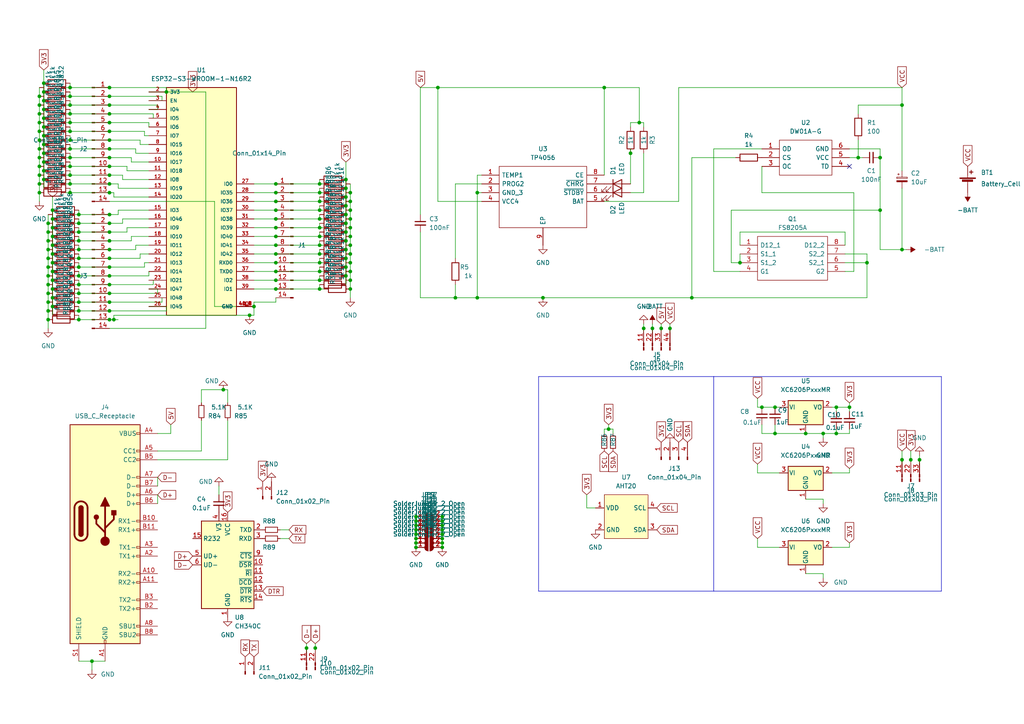
<source format=kicad_sch>
(kicad_sch (version 20230121) (generator eeschema)
  (paper "A4")
  (junction (at 266.7 133.35))
  (junction (at 15.24 83.82))
  (junction (at 186.69 95.25))
  (junction (at 100.33 72.39))
  (junction (at 80.01 81.28))
  (junction (at 80.01 71.12))
  (junction (at 22.86 92.71))
  (junction (at 15.24 68.58))
  (junction (at 91.44 187.96))
  (junction (at 13.97 92.71))
  (junction (at 11.43 50.8))
  (junction (at 22.86 74.93))
  (junction (at 101.6 66.04))
  (junction (at 101.6 58.42))
  (junction (at 20.32 35.56))
  (junction (at 31.75 77.47))
  (junction (at 15.24 76.2))
  (junction (at 31.75 53.34))
  (junction (at 246.38 118.11))
  (junction (at 189.23 95.25))
  (junction (at 88.9 187.96))
  (junction (at 11.43 38.1))
  (junction (at 31.75 90.17))
  (junction (at 31.75 74.93))
  (junction (at 92.71 53.34))
  (junction (at 31.75 43.18))
  (junction (at 101.6 83.82))
  (junction (at 22.86 85.09))
  (junction (at 264.16 133.35))
  (junction (at 31.75 50.8))
  (junction (at 22.86 64.77))
  (junction (at 12.7 41.91))
  (junction (at 73.66 88.9))
  (junction (at 12.7 39.37))
  (junction (at 22.86 82.55))
  (junction (at 242.57 125.73))
  (junction (at 15.24 86.36))
  (junction (at 128.27 153.67))
  (junction (at 22.86 80.01))
  (junction (at 11.43 30.48))
  (junction (at 13.97 72.39))
  (junction (at 233.68 125.73))
  (junction (at 101.6 78.74))
  (junction (at 92.71 76.2))
  (junction (at 20.32 40.64))
  (junction (at 92.71 71.12))
  (junction (at 12.7 34.29))
  (junction (at 48.26 26.67))
  (junction (at 31.75 48.26))
  (junction (at 341.63 97.79))
  (junction (at 20.32 50.8))
  (junction (at 80.01 73.66))
  (junction (at 12.7 31.75))
  (junction (at 80.01 66.04))
  (junction (at 13.97 64.77))
  (junction (at -40.64 129.54))
  (junction (at 182.88 44.45))
  (junction (at 11.43 27.94))
  (junction (at 11.43 53.34))
  (junction (at 20.32 30.48))
  (junction (at 251.46 76.2))
  (junction (at 255.27 60.96))
  (junction (at 31.75 40.64))
  (junction (at 100.33 74.93))
  (junction (at 214.63 76.2))
  (junction (at 80.01 55.88))
  (junction (at 22.86 77.47))
  (junction (at 92.71 60.96))
  (junction (at 11.43 40.64))
  (junction (at 15.24 71.12))
  (junction (at 224.79 118.11))
  (junction (at 242.57 118.11))
  (junction (at 12.7 44.45))
  (junction (at 20.32 53.34))
  (junction (at 15.24 81.28))
  (junction (at 12.7 52.07))
  (junction (at 22.86 69.85))
  (junction (at 101.6 71.12))
  (junction (at 12.7 46.99))
  (junction (at 92.71 81.28))
  (junction (at 31.75 45.72))
  (junction (at 194.31 95.25))
  (junction (at 15.24 66.04))
  (junction (at 31.75 64.77))
  (junction (at 248.92 45.72))
  (junction (at 11.43 48.26))
  (junction (at 31.75 30.48))
  (junction (at 80.01 63.5))
  (junction (at 64.77 113.03))
  (junction (at 31.75 85.09))
  (junction (at 138.43 55.88))
  (junction (at 238.76 125.73))
  (junction (at 191.77 95.25))
  (junction (at 175.26 25.4))
  (junction (at 100.33 69.85))
  (junction (at 11.43 45.72))
  (junction (at 31.75 67.31))
  (junction (at 101.6 60.96))
  (junction (at 13.97 80.01))
  (junction (at 80.01 76.2))
  (junction (at 31.75 35.56))
  (junction (at 127 25.4))
  (junction (at 22.86 72.39))
  (junction (at 101.6 68.58))
  (junction (at 128.27 152.4))
  (junction (at 20.32 25.4))
  (junction (at 20.32 45.72))
  (junction (at 12.7 49.53))
  (junction (at 101.6 76.2))
  (junction (at 101.6 73.66))
  (junction (at 92.71 66.04))
  (junction (at 92.71 73.66))
  (junction (at 22.86 87.63))
  (junction (at 20.32 55.88))
  (junction (at 120.65 154.94))
  (junction (at 120.65 149.86))
  (junction (at 31.75 33.02))
  (junction (at 31.75 55.88))
  (junction (at 12.7 36.83))
  (junction (at 20.32 33.02))
  (junction (at 92.71 58.42))
  (junction (at 80.01 58.42))
  (junction (at 80.01 53.34))
  (junction (at 20.32 48.26))
  (junction (at 128.27 158.75))
  (junction (at 224.79 125.73))
  (junction (at 100.33 67.31))
  (junction (at 157.48 86.36))
  (junction (at 185.42 35.56))
  (junction (at 13.97 67.31))
  (junction (at 128.27 151.13))
  (junction (at 120.65 158.75))
  (junction (at 120.65 152.4))
  (junction (at 31.75 25.4))
  (junction (at 101.6 63.5))
  (junction (at 22.86 67.31))
  (junction (at -45.72 165.1))
  (junction (at 128.27 157.48))
  (junction (at 31.75 69.85))
  (junction (at 200.66 86.36))
  (junction (at 15.24 60.96))
  (junction (at 100.33 52.07))
  (junction (at 261.62 30.48))
  (junction (at 92.71 83.82))
  (junction (at 13.97 82.55))
  (junction (at 100.33 54.61))
  (junction (at 101.6 81.28))
  (junction (at 128.27 154.94))
  (junction (at 11.43 33.02))
  (junction (at 31.75 72.39))
  (junction (at 120.65 157.48))
  (junction (at 31.75 38.1))
  (junction (at 72.39 91.44))
  (junction (at 138.43 86.36))
  (junction (at 31.75 27.94))
  (junction (at 11.43 35.56))
  (junction (at 20.32 43.18))
  (junction (at 11.43 55.88))
  (junction (at 132.08 86.36))
  (junction (at 22.86 62.23))
  (junction (at 120.65 153.67))
  (junction (at 261.62 133.35))
  (junction (at 13.97 87.63))
  (junction (at 31.75 62.23))
  (junction (at -40.64 120.65))
  (junction (at 13.97 90.17))
  (junction (at 13.97 85.09))
  (junction (at 12.7 26.67))
  (junction (at 92.71 63.5))
  (junction (at 101.6 55.88))
  (junction (at 100.33 80.01))
  (junction (at 20.32 27.94))
  (junction (at 255.27 45.72))
  (junction (at 22.86 90.17))
  (junction (at 11.43 43.18))
  (junction (at 12.7 29.21))
  (junction (at 12.7 24.13))
  (junction (at 100.33 57.15))
  (junction (at 31.75 92.71))
  (junction (at 80.01 83.82))
  (junction (at 80.01 60.96))
  (junction (at 15.24 73.66))
  (junction (at 128.27 156.21))
  (junction (at 15.24 63.5))
  (junction (at 20.32 38.1))
  (junction (at 128.27 149.86))
  (junction (at 100.33 59.69))
  (junction (at 120.65 156.21))
  (junction (at 13.97 69.85))
  (junction (at 92.71 55.88))
  (junction (at 15.24 78.74))
  (junction (at 261.62 72.39))
  (junction (at 100.33 62.23))
  (junction (at 26.67 191.77))
  (junction (at 15.24 88.9))
  (junction (at 100.33 77.47))
  (junction (at 120.65 151.13))
  (junction (at 92.71 78.74))
  (junction (at 13.97 77.47))
  (junction (at 31.75 87.63))
  (junction (at 31.75 80.01))
  (junction (at 100.33 64.77))
  (junction (at 13.97 74.93))
  (junction (at 92.71 68.58))
  (junction (at 80.01 68.58))
  (junction (at 176.53 124.46))
  (junction (at 220.98 118.11))
  (junction (at 31.75 82.55))
  (junction (at 33.02 92.71))
  (junction (at 80.01 78.74))
  (no_connect (at 246.38 48.26))
  (wire (pts (xy 22.86 71.12) (xy 22.86 72.39)))
  (wire (pts (xy 194.31 95.25) (xy 194.31 93.98)))
  (wire (pts (xy 31.75 90.17) (xy 48.26 90.17)))
  (wire (pts (xy 255.27 60.96) (xy 255.27 72.39)))
  (wire (pts (xy 170.18 147.32) (xy 170.18 143.51)))
  (wire (pts (xy 31.75 25.4) (xy 20.32 25.4)))
  (wire (pts (xy 88.9 189.23) (xy 88.9 187.96)))
  (wire (pts (xy 22.86 68.58) (xy 22.86 69.85)))
  (wire (pts (xy 20.32 27.94) (xy 19.05 27.94)))
  (wire (pts (xy 11.43 55.88) (xy 11.43 58.42)))
  (wire (pts (xy 31.75 69.85) (xy 22.86 69.85)))
  (wire (pts (xy 80.01 63.5) (xy 92.71 63.5)))
  (wire (pts (xy 20.32 40.64) (xy 19.05 40.64)))
  (wire (pts (xy 255.27 72.39) (xy 261.62 72.39)))
  (wire (pts (xy 128.27 153.67) (xy 128.27 154.94)))
  (wire (pts (xy 31.75 74.93) (xy 22.86 74.93)))
  (polyline (pts (xy 207.01 166.37) (xy 207.01 171.45)))
  (wire (pts (xy 177.8 124.46) (xy 176.53 124.46)))
  (wire (pts (xy 31.75 87.63) (xy 22.86 87.63)))
  (wire (pts (xy 31.75 45.72) (xy 38.1 45.72)))
  (wire (pts (xy 33.02 55.88) (xy 33.02 57.15)))
  (wire (pts (xy 12.7 20.32) (xy 12.7 24.13)))
  (wire (pts (xy 194.31 96.52) (xy 194.31 95.25)))
  (wire (pts (xy 101.6 83.82) (xy 101.6 86.36)))
  (wire (pts (xy 13.97 80.01) (xy 13.97 82.55)))
  (wire (pts (xy 80.01 86.36) (xy 80.01 87.63)))
  (wire (pts (xy 13.97 82.55) (xy 13.97 85.09)))
  (wire (pts (xy 224.79 125.73) (xy 233.68 125.73)))
  (wire (pts (xy 31.75 43.18) (xy 39.37 43.18)))
  (wire (pts (xy 132.08 82.55) (xy 132.08 86.36)))
  (wire (pts (xy 80.01 81.28) (xy 92.71 81.28)))
  (wire (pts (xy 100.33 72.39) (xy 100.33 74.93)))
  (wire (pts (xy 186.69 36.83) (xy 186.69 35.56)))
  (wire (pts (xy 92.71 77.47) (xy 92.71 78.74)))
  (wire (pts (xy 31.75 80.01) (xy 43.18 80.01)))
  (wire (pts (xy 261.62 130.81) (xy 261.62 133.35)))
  (wire (pts (xy 80.01 71.12) (xy 73.66 71.12)))
  (wire (pts (xy 20.32 53.34) (xy 19.05 53.34)))
  (wire (pts (xy 247.65 78.74) (xy 247.65 55.88)))
  (wire (pts (xy 40.64 73.66) (xy 43.18 73.66)))
  (wire (pts (xy 189.23 95.25) (xy 189.23 93.98)))
  (wire (pts (xy 15.24 71.12) (xy 15.24 73.66)))
  (wire (pts (xy 11.43 38.1) (xy 11.43 40.64)))
  (wire (pts (xy 31.75 40.64) (xy 20.32 40.64)))
  (wire (pts (xy 224.79 123.19) (xy 224.79 125.73)))
  (wire (pts (xy 31.75 48.26) (xy 20.32 48.26)))
  (wire (pts (xy 20.32 31.75) (xy 20.32 33.02)))
  (wire (pts (xy 43.18 80.01) (xy 43.18 78.74)))
  (wire (pts (xy 92.71 68.58) (xy 93.98 68.58)))
  (wire (pts (xy 34.29 60.96) (xy 43.18 60.96)))
  (wire (pts (xy 31.75 62.23) (xy 34.29 62.23)))
  (wire (pts (xy 31.75 92.71) (xy 22.86 92.71)))
  (wire (pts (xy 45.72 133.35) (xy 66.04 133.35)))
  (wire (pts (xy 46.99 87.63) (xy 46.99 86.36)))
  (wire (pts (xy 138.43 55.88) (xy 138.43 86.36)))
  (wire (pts (xy 13.97 62.23) (xy 13.97 64.77)))
  (wire (pts (xy 11.43 48.26) (xy 11.43 50.8)))
  (wire (pts (xy 92.71 52.07) (xy 92.71 53.34)))
  (wire (pts (xy 80.01 60.96) (xy 92.71 60.96)))
  (wire (pts (xy 92.71 83.82) (xy 93.98 83.82)))
  (wire (pts (xy 31.75 33.02) (xy 44.45 33.02)))
  (wire (pts (xy 38.1 68.58) (xy 43.18 68.58)))
  (wire (pts (xy 31.75 69.85) (xy 38.1 69.85)))
  (wire (pts (xy 100.33 74.93) (xy 100.33 77.47)))
  (wire (pts (xy 38.1 69.85) (xy 38.1 68.58)))
  (wire (pts (xy 121.92 67.31) (xy 121.92 86.36)))
  (wire (pts (xy 138.43 50.8) (xy 138.43 55.88)))
  (wire (pts (xy 246.38 43.18) (xy 255.27 43.18)))
  (wire (pts (xy 22.86 78.74) (xy 22.86 80.01)))
  (wire (pts (xy 20.32 38.1) (xy 19.05 38.1)))
  (wire (pts (xy 251.46 76.2) (xy 251.46 86.36)))
  (wire (pts (xy 101.6 66.04) (xy 101.6 68.58)))
  (wire (pts (xy 11.43 30.48) (xy 11.43 33.02)))
  (wire (pts (xy 120.65 149.86) (xy 120.65 151.13)))
  (wire (pts (xy 20.32 24.13) (xy 20.32 25.4)))
  (wire (pts (xy 92.71 71.12) (xy 93.98 71.12)))
  (wire (pts (xy 92.71 66.04) (xy 93.98 66.04)))
  (wire (pts (xy 20.32 26.67) (xy 20.32 27.94)))
  (wire (pts (xy 238.76 146.05) (xy 238.76 144.78)))
  (wire (pts (xy 20.32 25.4) (xy 19.05 25.4)))
  (wire (pts (xy 245.11 67.31) (xy 214.63 67.31)))
  (wire (pts (xy 11.43 50.8) (xy 11.43 53.34)))
  (wire (pts (xy 12.7 36.83) (xy 12.7 39.37)))
  (wire (pts (xy 22.86 76.2) (xy 22.86 77.47)))
  (wire (pts (xy 92.71 54.61) (xy 92.71 55.88)))
  (wire (pts (xy 80.01 83.82) (xy 73.66 83.82)))
  (wire (pts (xy 45.72 83.82) (xy 43.18 83.82)))
  (wire (pts (xy 36.83 49.53) (xy 43.18 49.53)))
  (wire (pts (xy 22.86 81.28) (xy 22.86 82.55)))
  (wire (pts (xy 20.32 55.88) (xy 19.05 55.88)))
  (wire (pts (xy 62.23 58.42) (xy 62.23 88.9)))
  (wire (pts (xy 22.86 73.66) (xy 22.86 74.93)))
  (wire (pts (xy 101.6 68.58) (xy 101.6 71.12)))
  (wire (pts (xy 15.24 81.28) (xy 15.24 83.82)))
  (wire (pts (xy 92.71 64.77) (xy 92.71 66.04)))
  (wire (pts (xy 266.7 133.35) (xy 266.7 132.08)))
  (wire (pts (xy 224.79 118.11) (xy 220.98 118.11)))
  (wire (pts (xy 246.38 124.46) (xy 246.38 125.73)))
  (wire (pts (xy 13.97 92.71) (xy 13.97 95.25)))
  (polyline (pts (xy 207.01 109.22) (xy 273.05 109.22)))
  (wire (pts (xy 138.43 86.36) (xy 157.48 86.36)))
  (wire (pts (xy 92.71 57.15) (xy 92.71 58.42)))
  (wire (pts (xy 73.66 91.44) (xy 73.66 88.9)))
  (wire (pts (xy 72.39 91.44) (xy 73.66 91.44)))
  (wire (pts (xy 36.83 67.31) (xy 36.83 66.04)))
  (wire (pts (xy 45.72 138.43) (xy 45.72 140.97)))
  (wire (pts (xy 139.7 58.42) (xy 127 58.42)))
  (wire (pts (xy 255.27 43.18) (xy 255.27 45.72)))
  (wire (pts (xy 250.19 45.72) (xy 248.92 45.72)))
  (wire (pts (xy 31.75 85.09) (xy 45.72 85.09)))
  (wire (pts (xy 200.66 86.36) (xy 251.46 86.36)))
  (wire (pts (xy 266.7 134.62) (xy 266.7 133.35)))
  (wire (pts (xy 246.38 157.48) (xy 246.38 158.75)))
  (wire (pts (xy 261.62 72.39) (xy 262.89 72.39)))
  (wire (pts (xy 175.26 58.42) (xy 196.85 58.42)))
  (wire (pts (xy 12.7 26.67) (xy 12.7 29.21)))
  (wire (pts (xy 59.69 95.25) (xy 59.69 26.67)))
  (wire (pts (xy 20.32 44.45) (xy 20.32 45.72)))
  (wire (pts (xy 261.62 30.48) (xy 248.92 30.48)))
  (wire (pts (xy 11.43 25.4) (xy 11.43 27.94)))
  (wire (pts (xy 182.88 55.88) (xy 186.69 55.88)))
  (wire (pts (xy 92.71 73.66) (xy 93.98 73.66)))
  (wire (pts (xy 186.69 55.88) (xy 186.69 44.45)))
  (wire (pts (xy 15.24 76.2) (xy 15.24 78.74)))
  (wire (pts (xy -13.97 120.65) (xy -13.97 121.92)))
  (wire (pts (xy 33.02 91.44) (xy 72.39 91.44)))
  (wire (pts (xy 41.91 76.2) (xy 43.18 76.2)))
  (wire (pts (xy 182.88 44.45) (xy 182.88 53.34)))
  (wire (pts (xy 15.24 78.74) (xy 15.24 81.28)))
  (wire (pts (xy 20.32 43.18) (xy 19.05 43.18)))
  (wire (pts (xy 80.01 68.58) (xy 73.66 68.58)))
  (wire (pts (xy 22.86 87.63) (xy 21.59 87.63)))
  (wire (pts (xy 261.62 134.62) (xy 261.62 133.35)))
  (wire (pts (xy 138.43 55.88) (xy 139.7 55.88)))
  (wire (pts (xy 157.48 86.36) (xy 200.66 86.36)))
  (wire (pts (xy 100.33 77.47) (xy 100.33 80.01)))
  (wire (pts (xy 100.33 62.23) (xy 100.33 64.77)))
  (wire (pts (xy 20.32 50.8) (xy 19.05 50.8)))
  (wire (pts (xy 120.65 151.13) (xy 120.65 152.4)))
  (wire (pts (xy 33.02 57.15) (xy 43.18 57.15)))
  (wire (pts (xy 12.7 29.21) (xy 12.7 31.75)))
  (wire (pts (xy 264.16 130.81) (xy 264.16 133.35)))
  (wire (pts (xy 219.71 118.11) (xy 219.71 115.57)))
  (wire (pts (xy 22.86 92.71) (xy 21.59 92.71)))
  (wire (pts (xy -40.64 127) (xy -40.64 129.54)))
  (wire (pts (xy 31.75 33.02) (xy 20.32 33.02)))
  (wire (pts (xy 31.75 50.8) (xy 35.56 50.8)))
  (wire (pts (xy 189.23 96.52) (xy 189.23 95.25)))
  (wire (pts (xy 31.75 35.56) (xy 43.18 35.56)))
  (wire (pts (xy 22.86 64.77) (xy 21.59 64.77)))
  (wire (pts (xy 38.1 46.99) (xy 43.18 46.99)))
  (wire (pts (xy 48.26 25.4) (xy 48.26 26.67)))
  (wire (pts (xy 12.7 39.37) (xy 12.7 41.91)))
  (wire (pts (xy 31.75 38.1) (xy 20.32 38.1)))
  (wire (pts (xy 128.27 157.48) (xy 128.27 158.75)))
  (wire (pts (xy 13.97 64.77) (xy 13.97 67.31)))
  (wire (pts (xy 22.86 83.82) (xy 22.86 85.09)))
  (wire (pts (xy 139.7 50.8) (xy 138.43 50.8)))
  (wire (pts (xy 13.97 74.93) (xy 13.97 77.47)))
  (wire (pts (xy 22.86 72.39) (xy 21.59 72.39)))
  (wire (pts (xy 20.32 30.48) (xy 19.05 30.48)))
  (wire (pts (xy 31.75 85.09) (xy 22.86 85.09)))
  (wire (pts (xy 191.77 95.25) (xy 191.77 93.98)))
  (wire (pts (xy 182.88 43.18) (xy 182.88 44.45)))
  (wire (pts (xy 220.98 55.88) (xy 220.98 48.26)))
  (wire (pts (xy 31.75 58.42) (xy 62.23 58.42)))
  (wire (pts (xy 22.86 88.9) (xy 22.86 90.17)))
  (wire (pts (xy 12.7 34.29) (xy 12.7 36.83)))
  (wire (pts (xy 40.64 41.91) (xy 43.18 41.91)))
  (wire (pts (xy 12.7 31.75) (xy 12.7 34.29)))
  (wire (pts (xy 101.6 73.66) (xy 101.6 76.2)))
  (wire (pts (xy 12.7 46.99) (xy 12.7 49.53)))
  (wire (pts (xy 46.99 27.94) (xy 46.99 29.21)))
  (wire (pts (xy 46.99 29.21) (xy 43.18 29.21)))
  (wire (pts (xy 12.7 49.53) (xy 12.7 52.07)))
  (wire (pts (xy -45.72 163.83) (xy -45.72 165.1)))
  (wire (pts (xy 212.09 60.96) (xy 255.27 60.96)))
  (wire (pts (xy 31.75 45.72) (xy 20.32 45.72)))
  (wire (pts (xy 80.01 60.96) (xy 73.66 60.96)))
  (wire (pts (xy -40.64 119.38) (xy -40.64 120.65)))
  (wire (pts (xy 45.72 31.75) (xy 43.18 31.75)))
  (wire (pts (xy 128.27 156.21) (xy 128.27 157.48)))
  (wire (pts (xy 22.86 191.77) (xy 26.67 191.77)))
  (wire (pts (xy 121.92 25.4) (xy 127 25.4)))
  (wire (pts (xy 241.3 158.75) (xy 246.38 158.75)))
  (wire (pts (xy 101.6 55.88) (xy 101.6 58.42)))
  (wire (pts (xy 26.67 191.77) (xy 30.48 191.77)))
  (wire (pts (xy 182.88 36.83) (xy 182.88 35.56)))
  (wire (pts (xy 127 25.4) (xy 127 58.42)))
  (wire (pts (xy 83.82 153.67) (xy 81.28 153.67)))
  (wire (pts (xy 101.6 76.2) (xy 101.6 78.74)))
  (wire (pts (xy 31.75 43.18) (xy 20.32 43.18)))
  (wire (pts (xy 20.32 34.29) (xy 20.32 35.56)))
  (wire (pts (xy 80.01 78.74) (xy 73.66 78.74)))
  (wire (pts (xy 214.63 76.2) (xy 212.09 76.2)))
  (wire (pts (xy 13.97 90.17) (xy 13.97 92.71)))
  (wire (pts (xy 255.27 45.72) (xy 255.27 60.96)))
  (wire (pts (xy 20.32 35.56) (xy 19.05 35.56)))
  (wire (pts (xy 92.71 80.01) (xy 92.71 81.28)))
  (wire (pts (xy 15.24 63.5) (xy 15.24 66.04)))
  (wire (pts (xy 15.24 88.9) (xy 15.24 91.44)))
  (wire (pts (xy 80.01 55.88) (xy 92.71 55.88)))
  (wire (pts (xy 31.75 74.93) (xy 40.64 74.93)))
  (wire (pts (xy 15.24 73.66) (xy 15.24 76.2)))
  (wire (pts (xy 213.36 45.72) (xy 200.66 45.72)))
  (wire (pts (xy 22.86 90.17) (xy 21.59 90.17)))
  (wire (pts (xy 66.04 113.03) (xy 66.04 116.84)))
  (wire (pts (xy 120.65 157.48) (xy 120.65 158.75)))
  (wire (pts (xy 22.86 80.01) (xy 21.59 80.01)))
  (wire (pts (xy 80.01 53.34) (xy 73.66 53.34)))
  (wire (pts (xy 175.26 25.4) (xy 175.26 50.8)))
  (wire (pts (xy 120.65 156.21) (xy 120.65 157.48)))
  (wire (pts (xy 101.6 63.5) (xy 101.6 66.04)))
  (wire (pts (xy 92.71 53.34) (xy 93.98 53.34)))
  (wire (pts (xy 15.24 66.04) (xy 15.24 68.58)))
  (wire (pts (xy 15.24 86.36) (xy 15.24 88.9)))
  (wire (pts (xy 261.62 25.4) (xy 261.62 30.48)))
  (wire (pts (xy 39.37 43.18) (xy 39.37 44.45)))
  (wire (pts (xy 246.38 135.89) (xy 246.38 137.16)))
  (wire (pts (xy 31.75 90.17) (xy 22.86 90.17)))
  (wire (pts (xy 100.33 64.77) (xy 100.33 67.31)))
  (wire (pts (xy 35.56 63.5) (xy 43.18 63.5)))
  (wire (pts (xy 13.97 67.31) (xy 13.97 69.85)))
  (wire (pts (xy 48.26 90.17) (xy 48.26 88.9)))
  (wire (pts (xy 44.45 34.29) (xy 43.18 34.29)))
  (wire (pts (xy 92.71 69.85) (xy 92.71 71.12)))
  (wire (pts (xy 175.26 25.4) (xy 185.42 25.4)))
  (wire (pts (xy 220.98 125.73) (xy 224.79 125.73)))
  (wire (pts (xy 40.64 74.93) (xy 40.64 73.66)))
  (wire (pts (xy 251.46 73.66) (xy 251.46 76.2)))
  (wire (pts (xy 34.29 62.23) (xy 34.29 60.96)))
  (wire (pts (xy 80.01 58.42) (xy 73.66 58.42)))
  (wire (pts (xy 172.72 147.32) (xy 170.18 147.32)))
  (wire (pts (xy 80.01 83.82) (xy 92.71 83.82)))
  (wire (pts (xy 92.71 62.23) (xy 92.71 63.5)))
  (wire (pts (xy 31.75 77.47) (xy 41.91 77.47)))
  (wire (pts (xy 31.75 95.25) (xy 59.69 95.25)))
  (wire (pts (xy 13.97 72.39) (xy 13.97 74.93)))
  (wire (pts (xy 31.75 55.88) (xy 20.32 55.88)))
  (wire (pts (xy 92.71 63.5) (xy 93.98 63.5)))
  (wire (pts (xy 15.24 60.96) (xy 15.24 63.5)))
  (wire (pts (xy 64.77 113.03) (xy 66.04 113.03)))
  (wire (pts (xy 31.75 77.47) (xy 22.86 77.47)))
  (wire (pts (xy 39.37 72.39) (xy 39.37 71.12)))
  (wire (pts (xy 80.01 73.66) (xy 92.71 73.66)))
  (wire (pts (xy 45.72 143.51) (xy 45.72 146.05)))
  (wire (pts (xy 219.71 158.75) (xy 226.06 158.75)))
  (wire (pts (xy 12.7 52.07) (xy 12.7 54.61)))
  (wire (pts (xy 12.7 44.45) (xy 12.7 46.99)))
  (wire (pts (xy 20.32 29.21) (xy 20.32 30.48)))
  (wire (pts (xy 100.33 59.69) (xy 100.33 62.23)))
  (polyline (pts (xy 156.21 171.45) (xy 207.01 171.45)))
  (wire (pts (xy 15.24 68.58) (xy 15.24 71.12)))
  (wire (pts (xy 11.43 40.64) (xy 11.43 43.18)))
  (wire (pts (xy 186.69 35.56) (xy 185.42 35.56)))
  (wire (pts (xy 261.62 54.61) (xy 261.62 72.39)))
  (wire (pts (xy 246.38 116.84) (xy 246.38 118.11)))
  (wire (pts (xy 44.45 82.55) (xy 44.45 81.28)))
  (wire (pts (xy 191.77 96.52) (xy 191.77 95.25)))
  (wire (pts (xy 34.29 53.34) (xy 34.29 54.61)))
  (wire (pts (xy 242.57 124.46) (xy 242.57 125.73)))
  (wire (pts (xy 31.75 82.55) (xy 22.86 82.55)))
  (wire (pts (xy 13.97 77.47) (xy 13.97 80.01)))
  (wire (pts (xy 31.75 87.63) (xy 46.99 87.63)))
  (wire (pts (xy 186.69 95.25) (xy 186.69 93.98)))
  (wire (pts (xy 245.11 78.74) (xy 247.65 78.74)))
  (wire (pts (xy 31.75 27.94) (xy 20.32 27.94)))
  (wire (pts (xy 214.63 73.66) (xy 214.63 76.2)))
  (wire (pts (xy 26.67 191.77) (xy 26.67 194.31)))
  (wire (pts (xy 58.42 113.03) (xy 64.77 113.03)))
  (wire (pts (xy 186.69 96.52) (xy 186.69 95.25)))
  (wire (pts (xy 31.75 67.31) (xy 36.83 67.31)))
  (wire (pts (xy 100.33 80.01) (xy 100.33 82.55)))
  (wire (pts (xy 101.6 60.96) (xy 101.6 63.5)))
  (wire (pts (xy 92.71 58.42) (xy 93.98 58.42)))
  (wire (pts (xy 246.38 118.11) (xy 246.38 119.38)))
  (wire (pts (xy 100.33 52.07) (xy 100.33 54.61)))
  (wire (pts (xy 80.01 66.04) (xy 92.71 66.04)))
  (wire (pts (xy 41.91 39.37) (xy 43.18 39.37)))
  (wire (pts (xy 20.32 52.07) (xy 20.32 53.34)))
  (wire (pts (xy 219.71 158.75) (xy 219.71 156.21)))
  (wire (pts (xy 43.18 35.56) (xy 43.18 36.83)))
  (wire (pts (xy -45.72 165.1) (xy -43.18 165.1)))
  (wire (pts (xy -40.64 129.54) (xy -41.91 129.54)))
  (wire (pts (xy 44.45 81.28) (xy 43.18 81.28)))
  (wire (pts (xy 196.85 58.42) (xy 196.85 25.4)))
  (wire (pts (xy 92.71 74.93) (xy 92.71 76.2)))
  (wire (pts (xy 248.92 30.48) (xy 248.92 33.02)))
  (wire (pts (xy 59.69 26.67) (xy 48.26 26.67)))
  (wire (pts (xy 31.75 82.55) (xy 44.45 82.55)))
  (wire (pts (xy 31.75 25.4) (xy 48.26 25.4)))
  (wire (pts (xy 100.33 46.99) (xy 100.33 52.07)))
  (wire (pts (xy 101.6 78.74) (xy 101.6 81.28)))
  (wire (pts (xy 31.75 64.77) (xy 35.56 64.77)))
  (wire (pts (xy 12.7 24.13) (xy 12.7 26.67)))
  (wire (pts (xy 242.57 125.73) (xy 246.38 125.73)))
  (wire (pts (xy 20.32 41.91) (xy 20.32 43.18)))
  (wire (pts (xy 35.56 64.77) (xy 35.56 63.5)))
  (wire (pts (xy 31.75 62.23) (xy 22.86 62.23)))
  (polyline (pts (xy 273.05 171.45) (xy 207.01 171.45)))
  (wire (pts (xy -45.72 165.1) (xy -45.72 166.37)))
  (wire (pts (xy 176.53 123.19) (xy 176.53 124.46)))
  (wire (pts (xy 91.44 189.23) (xy 91.44 187.96)))
  (wire (pts (xy 101.6 53.34) (xy 101.6 55.88)))
  (wire (pts (xy 100.33 69.85) (xy 100.33 72.39)))
  (wire (pts (xy 128.27 152.4) (xy 128.27 153.67)))
  (wire (pts (xy 88.9 187.96) (xy 88.9 186.69)))
  (wire (pts (xy -40.64 120.65) (xy -40.64 121.92)))
  (wire (pts (xy 83.82 156.21) (xy 81.28 156.21)))
  (wire (pts (xy 22.86 66.04) (xy 22.86 67.31)))
  (wire (pts (xy 73.66 87.63) (xy 73.66 88.9)))
  (wire (pts (xy 20.32 46.99) (xy 20.32 48.26)))
  (wire (pts (xy 35.56 52.07) (xy 43.18 52.07)))
  (wire (pts (xy 128.27 151.13) (xy 128.27 152.4)))
  (wire (pts (xy 45.72 130.81) (xy 58.42 130.81)))
  (wire (pts (xy 22.86 60.96) (xy 22.86 62.23)))
  (wire (pts (xy 31.75 38.1) (xy 41.91 38.1)))
  (wire (pts (xy 245.11 73.66) (xy 251.46 73.66)))
  (polyline (pts (xy 207.01 109.22) (xy 156.21 109.22)))
  (wire (pts (xy 80.01 68.58) (xy 92.71 68.58)))
  (wire (pts (xy 22.86 69.85) (xy 21.59 69.85)))
  (wire (pts (xy 11.43 53.34) (xy 11.43 55.88)))
  (wire (pts (xy 41.91 38.1) (xy 41.91 39.37)))
  (wire (pts (xy 241.3 118.11) (xy 242.57 118.11)))
  (wire (pts (xy 92.71 55.88) (xy 93.98 55.88)))
  (wire (pts (xy 212.09 76.2) (xy 212.09 60.96)))
  (wire (pts (xy 238.76 166.37) (xy 233.68 166.37)))
  (wire (pts (xy 92.71 59.69) (xy 92.71 60.96)))
  (wire (pts (xy 92.71 82.55) (xy 92.71 83.82)))
  (wire (pts (xy 248.92 40.64) (xy 248.92 45.72)))
  (wire (pts (xy 92.71 72.39) (xy 92.71 73.66)))
  (wire (pts (xy 62.23 88.9) (xy 73.66 88.9)))
  (wire (pts (xy 92.71 81.28) (xy 93.98 81.28)))
  (wire (pts (xy 38.1 45.72) (xy 38.1 46.99)))
  (wire (pts (xy 31.75 48.26) (xy 36.83 48.26)))
  (wire (pts (xy 31.75 27.94) (xy 46.99 27.94)))
  (wire (pts (xy 261.62 30.48) (xy 261.62 49.53)))
  (wire (pts (xy 45.72 125.73) (xy 49.53 125.73)))
  (wire (pts (xy 20.32 54.61) (xy 20.32 55.88)))
  (wire (pts (xy 80.01 78.74) (xy 92.71 78.74)))
  (wire (pts (xy 207.01 78.74) (xy 207.01 43.18)))
  (wire (pts (xy 22.86 63.5) (xy 22.86 64.77)))
  (wire (pts (xy -49.53 129.54) (xy -46.99 129.54)))
  (polyline (pts (xy 273.05 109.22) (xy 273.05 171.45)))
  (wire (pts (xy 31.75 53.34) (xy 20.32 53.34)))
  (wire (pts (xy 214.63 78.74) (xy 207.01 78.74)))
  (wire (pts (xy 92.71 76.2) (xy 93.98 76.2)))
  (wire (pts (xy 139.7 53.34) (xy 132.08 53.34)))
  (wire (pts (xy 34.29 54.61) (xy 43.18 54.61)))
  (wire (pts (xy 238.76 125.73) (xy 242.57 125.73)))
  (wire (pts (xy 80.01 66.04) (xy 73.66 66.04)))
  (wire (pts (xy 39.37 44.45) (xy 43.18 44.45)))
  (wire (pts (xy 128.27 149.86) (xy 128.27 151.13)))
  (wire (pts (xy 13.97 85.09) (xy 13.97 87.63)))
  (wire (pts (xy 36.83 48.26) (xy 36.83 49.53)))
  (wire (pts (xy 49.53 125.73) (xy 49.53 123.19)))
  (wire (pts (xy 31.75 67.31) (xy 22.86 67.31)))
  (wire (pts (xy 22.86 82.55) (xy 21.59 82.55)))
  (wire (pts (xy 46.99 86.36) (xy 43.18 86.36)))
  (wire (pts (xy 175.26 124.46) (xy 175.26 125.73)))
  (wire (pts (xy 238.76 127) (xy 238.76 125.73)))
  (wire (pts (xy 242.57 118.11) (xy 242.57 119.38)))
  (wire (pts (xy 92.71 60.96) (xy 93.98 60.96)))
  (wire (pts (xy 20.32 48.26) (xy 19.05 48.26)))
  (wire (pts (xy 101.6 71.12) (xy 101.6 73.66)))
  (wire (pts (xy 31.75 72.39) (xy 39.37 72.39)))
  (wire (pts (xy 45.72 85.09) (xy 45.72 83.82)))
  (wire (pts (xy 45.72 30.48) (xy 45.72 31.75)))
  (wire (pts (xy 80.01 53.34) (xy 92.71 53.34)))
  (wire (pts (xy 66.04 133.35) (xy 66.04 121.92)))
  (wire (pts (xy 36.83 66.04) (xy 43.18 66.04)))
  (wire (pts (xy 11.43 35.56) (xy 11.43 38.1)))
  (wire (pts (xy 132.08 86.36) (xy 138.43 86.36)))
  (wire (pts (xy 31.75 35.56) (xy 20.32 35.56)))
  (wire (pts (xy 127 25.4) (xy 175.26 25.4)))
  (wire (pts (xy 31.75 30.48) (xy 20.32 30.48)))
  (wire (pts (xy 80.01 76.2) (xy 73.66 76.2)))
  (wire (pts (xy 248.92 45.72) (xy 246.38 45.72)))
  (wire (pts (xy 80.01 55.88) (xy 73.66 55.88)))
  (wire (pts (xy 176.53 124.46) (xy 175.26 124.46)))
  (wire (pts (xy 22.86 77.47) (xy 21.59 77.47)))
  (wire (pts (xy -40.64 129.54) (xy -34.29 129.54)))
  (wire (pts (xy 20.32 33.02) (xy 19.05 33.02)))
  (polyline (pts (xy 156.21 109.22) (xy 156.21 171.45)))
  (wire (pts (xy 11.43 27.94) (xy 11.43 30.48)))
  (wire (pts (xy 15.24 57.15) (xy 15.24 60.96)))
  (wire (pts (xy 341.63 95.25) (xy 341.63 97.79)))
  (wire (pts (xy 120.65 153.67) (xy 120.65 154.94)))
  (wire (pts (xy 31.75 53.34) (xy 34.29 53.34)))
  (wire (pts (xy 31.75 72.39) (xy 22.86 72.39)))
  (wire (pts (xy 58.42 116.84) (xy 58.42 113.03)))
  (wire (pts (xy 264.16 134.62) (xy 264.16 133.35)))
  (wire (pts (xy 91.44 187.96) (xy 91.44 186.69)))
  (wire (pts (xy 11.43 43.18) (xy 11.43 45.72)))
  (wire (pts (xy 245.11 76.2) (xy 251.46 76.2)))
  (wire (pts (xy 44.45 33.02) (xy 44.45 34.29)))
  (wire (pts (xy 22.86 74.93) (xy 21.59 74.93)))
  (wire (pts (xy 245.11 71.12) (xy 245.11 67.31)))
  (wire (pts (xy 220.98 118.11) (xy 219.71 118.11)))
  (wire (pts (xy 22.86 85.09) (xy 21.59 85.09)))
  (wire (pts (xy 238.76 144.78) (xy 233.68 144.78)))
  (wire (pts (xy 31.75 40.64) (xy 40.64 40.64)))
  (wire (pts (xy 80.01 63.5) (xy 73.66 63.5)))
  (wire (pts (xy 31.75 55.88) (xy 33.02 55.88)))
  (wire (pts (xy 182.88 35.56) (xy 185.42 35.56)))
  (wire (pts (xy 242.57 118.11) (xy 246.38 118.11)))
  (wire (pts (xy 20.32 45.72) (xy 19.05 45.72)))
  (wire (pts (xy 80.01 73.66) (xy 73.66 73.66)))
  (wire (pts (xy 226.06 118.11) (xy 224.79 118.11)))
  (wire (pts (xy 35.56 50.8) (xy 35.56 52.07)))
  (wire (pts (xy 214.63 67.31) (xy 214.63 71.12)))
  (wire (pts (xy 48.26 88.9) (xy 43.18 88.9)))
  (wire (pts (xy 121.92 86.36) (xy 132.08 86.36)))
  (wire (pts (xy 120.65 154.94) (xy 120.65 156.21)))
  (wire (pts (xy 33.02 92.71) (xy 33.02 91.44)))
  (wire (pts (xy 80.01 58.42) (xy 92.71 58.42)))
  (wire (pts (xy 219.71 137.16) (xy 226.06 137.16)))
  (wire (pts (xy 80.01 76.2) (xy 92.71 76.2)))
  (wire (pts (xy 22.86 91.44) (xy 22.86 92.71)))
  (wire (pts (xy 80.01 71.12) (xy 92.71 71.12)))
  (wire (pts (xy 177.8 125.73) (xy 177.8 124.46)))
  (wire (pts (xy 80.01 87.63) (xy 73.66 87.63)))
  (wire (pts (xy 40.64 40.64) (xy 40.64 41.91)))
  (wire (pts (xy 185.42 35.56) (xy 185.42 25.4)))
  (wire (pts (xy 11.43 33.02) (xy 11.43 35.56)))
  (wire (pts (xy 31.75 30.48) (xy 45.72 30.48)))
  (wire (pts (xy 33.02 92.71) (xy 31.75 92.71)))
  (wire (pts (xy 34.29 92.71) (xy 33.02 92.71)))
  (wire (pts (xy 247.65 55.88) (xy 220.98 55.88)))
  (wire (pts (xy 100.33 67.31) (xy 100.33 69.85)))
  (wire (pts (xy 22.86 62.23) (xy 21.59 62.23)))
  (polyline (pts (xy 207.01 166.37) (xy 207.01 109.22)))
  (wire (pts (xy 31.75 80.01) (xy 22.86 80.01)))
  (wire (pts (xy 200.66 45.72) (xy 200.66 86.36)))
  (wire (pts (xy 20.32 39.37) (xy 20.32 40.64)))
  (wire (pts (xy 15.24 83.82) (xy 15.24 86.36)))
  (wire (pts (xy 39.37 71.12) (xy 43.18 71.12)))
  (wire (pts (xy 196.85 25.4) (xy 261.62 25.4)))
  (wire (pts (xy 63.5 140.97) (xy 63.5 143.51)))
  (wire (pts (xy 101.6 58.42) (xy 101.6 60.96)))
  (wire (pts (xy 41.91 77.47) (xy 41.91 76.2)))
  (wire (pts (xy 101.6 81.28) (xy 101.6 83.82)))
  (wire (pts (xy 11.43 45.72) (xy 11.43 48.26)))
  (wire (pts (xy 31.75 64.77) (xy 22.86 64.77)))
  (wire (pts (xy 22.86 86.36) (xy 22.86 87.63)))
  (wire (pts (xy 121.92 25.4) (xy 121.92 62.23)))
  (wire (pts (xy 238.76 125.73) (xy 233.68 125.73)))
  (wire (pts (xy 132.08 53.34) (xy 132.08 74.93)))
  (wire (pts (xy 13.97 87.63) (xy 13.97 90.17)))
  (wire (pts (xy 48.26 26.67) (xy 43.18 26.67)))
  (wire (pts (xy 220.98 123.19) (xy 220.98 125.73)))
  (wire (pts (xy 100.33 57.15) (xy 100.33 59.69)))
  (wire (pts (xy 13.97 69.85) (xy 13.97 72.39)))
  (wire (pts (xy 58.42 121.92) (xy 58.42 130.81)))
  (wire (pts (xy 20.32 49.53) (xy 20.32 50.8)))
  (wire (pts (xy 120.65 152.4) (xy 120.65 153.67)))
  (wire (pts (xy 31.75 50.8) (xy 20.32 50.8)))
  (wire (pts (xy 128.27 154.94) (xy 128.27 156.21)))
  (wire (pts (xy 207.01 43.18) (xy 220.98 43.18)))
  (wire (pts (xy 238.76 167.64) (xy 238.76 166.37)))
  (wire (pts (xy 22.86 67.31) (xy 21.59 67.31)))
  (wire (pts (xy 219.71 137.16) (xy 219.71 134.62)))
  (wire (pts (xy 20.32 36.83) (xy 20.32 38.1)))
  (wire (pts (xy 12.7 41.91) (xy 12.7 44.45)))
  (wire (pts (xy 92.71 67.31) (xy 92.71 68.58)))
  (wire (pts (xy 241.3 137.16) (xy 246.38 137.16)))
  (wire (pts (xy 100.33 54.61) (xy 100.33 57.15)))
  (wire (pts (xy 80.01 81.28) (xy 73.66 81.28)))
  (wire (pts (xy 92.71 78.74) (xy 93.98 78.74)))
  (global_label "D+" (shape input) (at 45.72 143.51 0) (property "Intersheetrefs" "${INTERSHEET_REFS}" (effects hide)))
  (global_label "SETC" (shape input) (at 367.03 95.25 0) (property "Intersheetrefs" "${INTERSHEET_REFS}" (effects hide)))
  (global_label "3V3" (shape input) (at -40.64 119.38 90) (property "Intersheetrefs" "${INTERSHEET_REFS}" (effects hide)))
  (global_label "3V3" (shape input) (at 66.04 148.59 90) (property "Intersheetrefs" "${INTERSHEET_REFS}" (effects hide)))
  (global_label "VDDIO" (shape input) (at 367.03 77.47 0) (property "Intersheetrefs" "${INTERSHEET_REFS}" (effects hide)))
  (global_label "RX" (shape input) (at 83.82 153.67 0) (property "Intersheetrefs" "${INTERSHEET_REFS}" (effects hide)))
  (global_label "VCC" (shape input) (at 280.67 48.26 90) (property "Intersheetrefs" "${INTERSHEET_REFS}" (effects hide)))
  (global_label "DRDY" (shape input) (at 367.03 100.33 0) (property "Intersheetrefs" "${INTERSHEET_REFS}" (effects hide)))
  (global_label "3V3" (shape input) (at -45.72 158.75 90) (property "Intersheetrefs" "${INTERSHEET_REFS}" (effects hide)))
  (global_label "3V3" (shape input) (at 176.53 123.19 90) (property "Intersheetrefs" "${INTERSHEET_REFS}" (effects hide)))
  (global_label "SETP" (shape input) (at 367.03 92.71 0) (property "Intersheetrefs" "${INTERSHEET_REFS}" (effects hide)))
  (global_label "SDA" (shape input) (at 177.8 130.81 270) (property "Intersheetrefs" "${INTERSHEET_REFS}" (effects hide)))
  (global_label "3V3" (shape input) (at 76.2 139.7 90) (property "Intersheetrefs" "${INTERSHEET_REFS}" (effects hide)))
  (global_label "D-" (shape input) (at 45.72 138.43 0) (property "Intersheetrefs" "${INTERSHEET_REFS}" (effects hide)))
  (global_label "3V3" (shape input) (at 15.24 57.15 90) (property "Intersheetrefs" "${INTERSHEET_REFS}" (effects hide)))
  (global_label "3V3" (shape input) (at 246.38 135.89 90) (property "Intersheetrefs" "${INTERSHEET_REFS}" (effects hide)))
  (global_label "SDA" (shape input) (at 367.03 87.63 0) (property "Intersheetrefs" "${INTERSHEET_REFS}" (effects hide)))
  (global_label "BAT_VOL" (shape input) (at -43.18 165.1 0) (property "Intersheetrefs" "${INTERSHEET_REFS}" (effects hide)))
  (global_label "C1" (shape input) (at 341.63 90.17 180) (property "Intersheetrefs" "${INTERSHEET_REFS}" (effects hide)))
  (global_label "DTR" (shape input) (at -19.05 121.92 90) (property "Intersheetrefs" "${INTERSHEET_REFS}" (effects hide)))
  (global_label "3V3" (shape input) (at -20.32 162.56 90) (property "Intersheetrefs" "${INTERSHEET_REFS}" (effects hide)))
  (global_label "5V" (shape input) (at 191.77 93.98 90) (property "Intersheetrefs" "${INTERSHEET_REFS}" (effects hide)))
  (global_label "VCC" (shape input) (at 219.71 115.57 90) (property "Intersheetrefs" "${INTERSHEET_REFS}" (effects hide)))
  (global_label "SDA" (shape input) (at 190.5 153.67 0) (property "Intersheetrefs" "${INTERSHEET_REFS}" (effects hide)))
  (global_label "D+" (shape input) (at 91.44 186.69 90) (property "Intersheetrefs" "${INTERSHEET_REFS}" (effects hide)))
  (global_label "VCC" (shape input) (at 219.71 156.21 90) (property "Intersheetrefs" "${INTERSHEET_REFS}" (effects hide)))
  (global_label "3V3" (shape input) (at 12.7 20.32 90) (property "Intersheetrefs" "${INTERSHEET_REFS}" (effects hide)))
  (global_label "SCL" (shape input) (at 367.03 85.09 0) (property "Intersheetrefs" "${INTERSHEET_REFS}" (effects hide)))
  (global_label "SDA" (shape input) (at 389.89 73.66 180) (property "Intersheetrefs" "${INTERSHEET_REFS}" (effects hide)))
  (global_label "RX" (shape input) (at 71.12 190.5 90) (property "Intersheetrefs" "${INTERSHEET_REFS}" (effects hide)))
  (global_label "VDD" (shape input) (at 367.03 74.93 0) (property "Intersheetrefs" "${INTERSHEET_REFS}" (effects hide)))
  (global_label "C1" (shape input) (at 389.89 88.9 180) (property "Intersheetrefs" "${INTERSHEET_REFS}" (effects hide)))
  (global_label "VCC" (shape input) (at 261.62 130.81 90) (property "Intersheetrefs" "${INTERSHEET_REFS}" (effects hide)))
  (global_label "TX" (shape input) (at 73.66 190.5 90) (property "Intersheetrefs" "${INTERSHEET_REFS}" (effects hide)))
  (global_label "3V3" (shape input) (at 191.77 128.27 90) (property "Intersheetrefs" "${INTERSHEET_REFS}" (effects hide)))
  (global_label "3V3" (shape input) (at 100.33 46.99 90) (property "Intersheetrefs" "${INTERSHEET_REFS}" (effects hide)))
  (global_label "DTR" (shape input) (at 76.2 171.45 0) (property "Intersheetrefs" "${INTERSHEET_REFS}" (effects hide)))
  (global_label "VCC" (shape input) (at 194.31 93.98 90) (property "Intersheetrefs" "${INTERSHEET_REFS}" (effects hide)))
  (global_label "3V3" (shape input) (at -16.51 121.92 90) (property "Intersheetrefs" "${INTERSHEET_REFS}" (effects hide)))
  (global_label "VCC" (shape input) (at 261.62 25.4 90) (property "Intersheetrefs" "${INTERSHEET_REFS}" (effects hide)))
  (global_label "VDDIO" (shape input) (at 389.89 93.98 180) (property "Intersheetrefs" "${INTERSHEET_REFS}" (effects hide)))
  (global_label "3V3" (shape input) (at 246.38 157.48 90) (property "Intersheetrefs" "${INTERSHEET_REFS}" (effects hide)))
  (global_label "VCC" (shape input) (at 219.71 134.62 90) (property "Intersheetrefs" "${INTERSHEET_REFS}" (effects hide)))
  (global_label "3V3" (shape input) (at 55.88 26.67 90) (property "Intersheetrefs" "${INTERSHEET_REFS}" (effects hide)))
  (global_label "BAT_VOL" (shape input) (at -17.78 162.56 90) (property "Intersheetrefs" "${INTERSHEET_REFS}" (effects hide)))
  (global_label "SCL" (shape input) (at 389.89 76.2 180) (property "Intersheetrefs" "${INTERSHEET_REFS}" (effects hide)))
  (global_label "D-" (shape input) (at 88.9 186.69 90) (property "Intersheetrefs" "${INTERSHEET_REFS}" (effects hide)))
  (global_label "3V3" (shape input) (at 264.16 130.81 90) (property "Intersheetrefs" "${INTERSHEET_REFS}" (effects hide)))
  (global_label "SDA" (shape input) (at 199.39 128.27 90) (property "Intersheetrefs" "${INTERSHEET_REFS}" (effects hide)))
  (global_label "5V" (shape input) (at 121.92 25.4 90) (property "Intersheetrefs" "${INTERSHEET_REFS}" (effects hide)))
  (global_label "SCL" (shape input) (at 196.85 128.27 90) (property "Intersheetrefs" "${INTERSHEET_REFS}" (effects hide)))
  (global_label "3V3" (shape input) (at 246.38 116.84 90) (property "Intersheetrefs" "${INTERSHEET_REFS}" (effects hide)))
  (global_label "3V3" (shape input) (at 170.18 143.51 90) (property "Intersheetrefs" "${INTERSHEET_REFS}" (effects hide)))
  (global_label "TX" (shape input) (at 83.82 156.21 0) (property "Intersheetrefs" "${INTERSHEET_REFS}" (effects hide)))
  (global_label "SETC" (shape input) (at 389.89 91.44 180) (property "Intersheetrefs" "${INTERSHEET_REFS}" (effects hide)))
  (global_label "DTR" (shape input) (at -49.53 129.54 180) (property "Intersheetrefs" "${INTERSHEET_REFS}" (effects hide)))
  (global_label "D-" (shape input) (at 55.88 163.83 180) (property "Intersheetrefs" "${INTERSHEET_REFS}" (effects hide)))
  (global_label "DRDY" (shape input) (at 389.89 96.52 180) (property "Intersheetrefs" "${INTERSHEET_REFS}" (effects hide)))
  (global_label "SCL" (shape input) (at 190.5 147.32 0) (property "Intersheetrefs" "${INTERSHEET_REFS}" (effects hide)))
  (global_label "S1" (shape input) (at 389.89 81.28 180) (property "Intersheetrefs" "${INTERSHEET_REFS}" (effects hide)))
  (global_label "SETP" (shape input) (at 389.89 83.82 180) (property "Intersheetrefs" "${INTERSHEET_REFS}" (effects hide)))
  (global_label "D+" (shape input) (at 55.88 161.29 180) (property "Intersheetrefs" "${INTERSHEET_REFS}" (effects hide)))
  (global_label "RESET" (shape input) (at -13.97 120.65 90) (property "Intersheetrefs" "${INTERSHEET_REFS}" (effects hide)))
  (global_label "VDD" (shape input) (at 389.89 78.74 180) (property "Intersheetrefs" "${INTERSHEET_REFS}" (effects hide)))
  (global_label "SCL" (shape input) (at 175.26 130.81 270) (property "Intersheetrefs" "${INTERSHEET_REFS}" (effects hide)))
  (global_label "S1" (shape input) (at 367.03 80.01 0) (property "Intersheetrefs" "${INTERSHEET_REFS}" (effects hide)))
  (global_label "5V" (shape input) (at 49.53 123.19 90) (property "Intersheetrefs" "${INTERSHEET_REFS}" (effects hide)))
  (global_label "RESET" (shape input) (at -34.29 129.54 0) (property "Intersheetrefs" "${INTERSHEET_REFS}" (effects hide)))
  (symbol (lib_id "Device:R") (at 17.78 92.71 90) (mirror x) (unit 1)
    (property "Reference" "R83" (at 19.05 91.44 0) (effects (justify right)))
    (property "Value" "1k" (at 16.51 90.17 0) (effects (justify right)))
    (property "Footprint" "Resistor_SMD:R_0805_2012Metric" (effects hide))
  )
  (symbol (lib_id "Device:R") (at 96.52 74.93 270) (unit 1)
    (property "Reference" "R24" (at 95.25 73.66 0) (effects (justify right)))
    (property "Value" "1k" (at 97.79 72.39 0) (effects (justify right)))
    (property "Footprint" "Resistor_SMD:R_0805_2012Metric" (effects hide))
  )
  (symbol (lib_id "Device:R") (at 97.79 76.2 270) (unit 1)
    (property "Reference" "R25" (at 96.52 74.93 0) (effects (justify right)))
    (property "Value" "1k" (at 99.06 73.66 0) (effects (justify right)))
    (property "Footprint" "Resistor_SMD:R_0805_2012Metric" (effects hide))
  )
  (symbol (lib_id "Device:R") (at 16.51 49.53 90) (mirror x) (unit 1)
    (property "Reference" "R42" (at 17.78 48.26 0) (effects (justify right)))
    (property "Value" "1k" (at 15.24 46.99 0) (effects (justify right)))
    (property "Footprint" "Resistor_SMD:R_0805_2012Metric" (effects hide))
  )
  (symbol (lib_id "Device:R") (at 15.24 25.4 90) (mirror x) (unit 1)
    (property "Reference" "R45" (at 16.51 24.13 0) (effects (justify right)))
    (property "Value" "1k" (at 13.97 22.86 0) (effects (justify right)))
    (property "Footprint" "Resistor_SMD:R_0805_2012Metric" (effects hide))
  )
  (symbol (lib_id "Device:C_Small") (at 242.57 121.92 180) (unit 1)
    (property "Reference" "C10" (at 239.9282 120.3174 0) (effects (justify right)))
    (property "Value" "0.1uF" (at 239.4788 124.0125 0) (effects (justify right)))
    (property "Footprint" "Capacitor_SMD:C_0805_2012Metric" (effects hide))
  )
  (symbol (lib_id "Device:R") (at 97.79 78.74 270) (unit 1)
    (property "Reference" "R27" (at 96.52 77.47 0) (effects (justify right)))
    (property "Value" "1k" (at 99.06 76.2 0) (effects (justify right)))
    (property "Footprint" "Resistor_SMD:R_0805_2012Metric" (effects hide))
  )
  (symbol (lib_id "Regulator_Linear:XC6206PxxxMR") (at 233.68 118.11 0) (unit 1)
    (property "Reference" "U5" (at 233.68 110.49 0))
    (property "Value" "XC6206PxxxMR" (at 233.68 113.03 0))
    (property "Footprint" "Package_TO_SOT_SMD:SOT-23" (effects hide))
    (property "Datasheet" "https://www.torexsemi.com/file/xc6206/XC6206.pdf" (effects hide))
  )
  (symbol (lib_id "Device:R") (at 19.05 88.9 90) (mirror x) (unit 1)
    (property "Reference" "R80" (at 20.32 87.63 0) (effects (justify right)))
    (property "Value" "1k" (at 17.78 86.36 0) (effects (justify right)))
    (property "Footprint" "Resistor_SMD:R_0805_2012Metric" (effects hide))
  )
  (symbol (lib_id "Connector:Conn_01x04_Pin") (at 189.23 100.33 90) (unit 1)
    (property "Reference" "J5" (at 190.5 102.87 90))
    (property "Value" "Conn_01x04_Pin" (at 190.5 105.41 90))
    (property "Footprint" "Connector_PinHeader_2.54mm:PinHeader_1x04_P2.54mm_Vertical" (effects hide))
  )
  (symbol (lib_id "Device:R") (at 19.05 76.2 90) (mirror x) (unit 1)
    (property "Reference" "R70" (at 20.32 74.93 0) (effects (justify right)))
    (property "Value" "1k" (at 17.78 73.66 0) (effects (justify right)))
    (property "Footprint" "Resistor_SMD:R_0805_2012Metric" (effects hide))
  )
  (symbol (lib_id "Device:C_Small") (at 252.73 45.72 90) (unit 1)
    (property "Reference" "C1" (at 252.73 49.53 90))
    (property "Value" "100nF" (at 252.7237 52.07 90))
    (property "Footprint" "Capacitor_SMD:C_0805_2012Metric" (effects hide))
  )
  (symbol (lib_id "power:GND") (at 238.76 146.05 0) (unit 1)
    (property "Reference" "#PWR06" (effects hide))
    (property "Value" "GND" (at 238.76 151.13 0))
  )
  (symbol (lib_id "Connector:Conn_01x04_Pin") (at 194.31 133.35 90) (unit 1)
    (property "Reference" "J13" (at 195.58 135.89 90))
    (property "Value" "Conn_01x04_Pin" (at 195.58 138.43 90))
    (property "Footprint" "Connector_PinHeader_2.54mm:PinHeader_1x04_P2.54mm_Vertical" (effects hide))
  )
  (symbol (lib_id "Jumper:SolderJumper_2_Open") (at 124.46 149.86 0) (unit 1)
    (property "Reference" "JP17" (at 124.46 143.51 0))
    (property "Value" "SolderJumper_2_Open" (at 124.46 146.05 0))
    (property "Footprint" "Jumper:SolderJumper-2_P1.3mm_Open_TrianglePad1.0x1.5mm" (effects hide))
  )
  (symbol (lib_id "Jumper:SolderJumper_2_Open") (at 124.46 154.94 0) (unit 1)
    (property "Reference" "JP3" (at 124.46 148.59 0))
    (property "Value" "SolderJumper_2_Open" (at 124.46 151.13 0))
    (property "Footprint" "Jumper:SolderJumper-2_P1.3mm_Open_TrianglePad1.0x1.5mm" (effects hide))
  )
  (symbol (lib_id "Device:R") (at 248.92 36.83 180) (unit 1)
    (property "Reference" "R1" (at 251.46 35.5599 0) (effects (justify right)))
    (property "Value" "100" (at 251.46 38.0999 0) (effects (justify right)))
    (property "Footprint" "Resistor_SMD:R_0805_2012Metric" (effects hide))
  )
  (symbol (lib_id "Device:C_Polarized_Small") (at 261.62 52.07 0) (unit 1)
    (property "Reference" "C2" (at 264.16 50.2538 0) (effects (justify left)))
    (property "Value" "10uF" (at 264.16 52.7938 0) (effects (justify left)))
    (property "Footprint" "Capacitor_SMD:C_0805_2012Metric" (effects hide))
  )
  (symbol (lib_id "Device:R") (at 16.51 26.67 90) (mirror x) (unit 1)
    (property "Reference" "R33" (at 17.78 25.4 0) (effects (justify right)))
    (property "Value" "1k" (at 15.24 24.13 0) (effects (justify right)))
    (property "Footprint" "Resistor_SMD:R_0805_2012Metric" (effects hide))
  )
  (symbol (lib_id "Jumper:SolderJumper_2_Open") (at 124.46 151.13 0) (unit 1)
    (property "Reference" "JP8" (at 124.46 144.78 0))
    (property "Value" "SolderJumper_2_Open" (at 124.46 147.32 0))
    (property "Footprint" "Jumper:SolderJumper-2_P1.3mm_Open_TrianglePad1.0x1.5mm" (effects hide))
  )
  (symbol (lib_id "power:GND") (at 238.76 167.64 0) (unit 1)
    (property "Reference" "#PWR08" (effects hide))
    (property "Value" "GND" (at 243.84 168.91 0))
  )
  (symbol (lib_id "Device:R") (at 97.79 63.5 270) (unit 1)
    (property "Reference" "R15" (at 96.52 62.23 0) (effects (justify right)))
    (property "Value" "1k" (at 99.06 60.96 0) (effects (justify right)))
    (property "Footprint" "Resistor_SMD:R_0805_2012Metric" (effects hide))
  )
  (symbol (lib_id "power:GND") (at 13.97 95.25 0) (mirror y) (unit 1)
    (property "Reference" "#PWR011" (effects hide))
    (property "Value" "GND" (at 13.97 100.33 0))
  )
  (symbol (lib_id "Device:R") (at 96.52 67.31 270) (unit 1)
    (property "Reference" "R18" (at 95.25 66.04 0) (effects (justify right)))
    (property "Value" "1k" (at 97.79 64.77 0) (effects (justify right)))
    (property "Footprint" "Resistor_SMD:R_0805_2012Metric" (effects hide))
  )
  (symbol (lib_id "Jumper:SolderJumper_2_Open") (at 124.46 153.67 0) (unit 1)
    (property "Reference" "JP6" (at 124.46 147.32 0))
    (property "Value" "SolderJumper_2_Open" (at 124.46 149.86 0))
    (property "Footprint" "Jumper:SolderJumper-2_P1.3mm_Open_TrianglePad1.0x1.5mm" (effects hide))
  )
  (symbol (lib_id "Device:R") (at 19.05 78.74 90) (mirror x) (unit 1)
    (property "Reference" "R72" (at 20.32 77.47 0) (effects (justify right)))
    (property "Value" "1k" (at 17.78 76.2 0) (effects (justify right)))
    (property "Footprint" "Resistor_SMD:R_0805_2012Metric" (effects hide))
  )
  (symbol (lib_id "Device:R") (at 19.05 91.44 90) (mirror x) (unit 1)
    (property "Reference" "R82" (at 20.32 90.17 0) (effects (justify right)))
    (property "Value" "1k" (at 17.78 88.9 0) (effects (justify right)))
    (property "Footprint" "Resistor_SMD:R_0805_2012Metric" (effects hide))
  )
  (symbol (lib_id "Device:R") (at 97.79 66.04 270) (unit 1)
    (property "Reference" "R17" (at 96.52 64.77 0) (effects (justify right)))
    (property "Value" "1k" (at 99.06 63.5 0) (effects (justify right)))
    (property "Footprint" "Resistor_SMD:R_0805_2012Metric" (effects hide))
  )
  (symbol (lib_id "Device:R") (at 97.79 55.88 270) (unit 1)
    (property "Reference" "R9" (at 96.52 54.61 0) (effects (justify right)))
    (property "Value" "1k" (at 99.06 53.34 0) (effects (justify right)))
    (property "Footprint" "Resistor_SMD:R_0805_2012Metric" (effects hide))
  )
  (symbol (lib_id "Regulator_Linear:XC6206PxxxMR") (at 233.68 158.75 0) (unit 1)
    (property "Reference" "U6" (at 233.68 151.13 0))
    (property "Value" "XC6206PxxxMR" (at 233.68 153.67 0))
    (property "Footprint" "Package_TO_SOT_SMD:SOT-23" (effects hide))
    (property "Datasheet" "https://www.torexsemi.com/file/xc6206/XC6206.pdf" (effects hide))
  )
  (symbol (lib_id "Device:R") (at 16.51 54.61 90) (mirror x) (unit 1)
    (property "Reference" "R44" (at 17.78 53.34 0) (effects (justify right)))
    (property "Value" "1k" (at 15.24 52.07 0) (effects (justify right)))
    (property "Footprint" "Resistor_SMD:R_0805_2012Metric" (effects hide))
  )
  (symbol (lib_id "Connector:Conn_01x04_Pin") (at -16.51 127 90) (unit 1)
    (property "Reference" "J16" (at -15.24 129.54 90))
    (property "Value" "Conn_01x04_Pin" (at -15.24 132.08 90))
    (property "Footprint" "Connector_PinHeader_2.54mm:PinHeader_1x04_P2.54mm_Vertical" (effects hide))
  )
  (symbol (lib_id "Device:C_Small") (at -44.45 129.54 90) (unit 1)
    (property "Reference" "C6" (at -45.72 134.62 0))
    (property "Value" "0.1uF" (at -43.18 134.62 0))
    (property "Footprint" "Resistor_SMD:R_0805_2012Metric" (effects hide))
  )
  (symbol (lib_id "power:GND") (at 63.5 140.97 180) (unit 1)
    (property "Reference" "#PWR020" (effects hide))
    (property "Value" "GND" (at 59.69 139.7 0))
  )
  (symbol (lib_id "Device:R") (at 17.78 82.55 90) (mirror x) (unit 1)
    (property "Reference" "R75" (at 19.05 81.28 0) (effects (justify right)))
    (property "Value" "1k" (at 16.51 80.01 0) (effects (justify right)))
    (property "Footprint" "Resistor_SMD:R_0805_2012Metric" (effects hide))
  )
  (symbol (lib_id "Connector:Conn_01x04_Pin") (at 189.23 101.6 90) (unit 1)
    (property "Reference" "J6" (at 190.5 104.14 90))
    (property "Value" "Conn_01x04_Pin" (at 190.5 106.68 90))
    (property "Footprint" "Connector_PinHeader_2.54mm:PinHeader_1x04_P2.54mm_Vertical" (effects hide))
  )
  (symbol (lib_id "Device:R") (at 186.69 40.64 0) (unit 1)
    (property "Reference" "R3" (at 189.23 40.64 90))
    (property "Value" "1k" (at 186.69 40.64 90))
    (property "Footprint" "Resistor_SMD:R_0805_2012Metric" (effects hide))
  )
  (symbol (lib_id "Device:R") (at 16.51 44.45 90) (mirror x) (unit 1)
    (property "Reference" "R40" (at 17.78 43.18 0) (effects (justify right)))
    (property "Value" "1k" (at 15.24 41.91 0) (effects (justify right)))
    (property "Footprint" "Resistor_SMD:R_0805_2012Metric" (effects hide))
  )
  (symbol (lib_id "Device:R_Small") (at -45.72 168.91 0) (unit 1)
    (property "Reference" "R92" (at -45.72 170.18 90) (effects (justify left)))
    (property "Value" "2.2K" (effects hide))
    (property "Footprint" "Resistor_SMD:R_0805_2012Metric" (effects hide))
  )
  (symbol (lib_id "Device:C_Small") (at 246.38 121.92 180) (unit 1)
    (property "Reference" "C11" (at 246.819 120.1177 0) (effects (justify right)))
    (property "Value" "1uF" (at 246.5194 123.6629 0) (effects (justify right)))
    (property "Footprint" "Capacitor_SMD:C_0805_2012Metric" (effects hide))
  )
  (symbol (lib_id "custom:DW01A-G") (at 220.98 43.18 0) (unit 1)
    (property "Reference" "U2" (at 233.68 35.56 0))
    (property "Value" "DW01A-G" (at 233.68 38.1 0))
    (property "Footprint" "DW01A:SOT95P190X145-6N" (effects hide))
    (property "Datasheet" "http://www.ic-fortune.com/upload/Download/DW01x-DS-17_EN.pdf" (effects hide))
    (property "Description" "one cell lithium-ion/polymer battery protection IC" (effects hide))
    (property "Height" "1.45" (effects hide))
    (property "Manufacturer_Name" "SII Semiconductor" (effects hide))
    (property "Manufacturer_Part_Number" "DW01A-G" (effects hide))
  )
  (symbol (lib_id "Device:R") (at 132.08 78.74 180) (unit 1)
    (property "Reference" "R5" (at 133.35 77.47 0) (effects (justify right)))
    (property "Value" "1k" (at 134.62 80.01 0) (effects (justify right)))
    (property "Footprint" "Resistor_SMD:R_0805_2012Metric" (effects hide))
  )
  (symbol (lib_id "Jumper:SolderJumper_2_Open") (at 124.46 152.4 0) (unit 1)
    (property "Reference" "JP5" (at 124.46 146.05 0))
    (property "Value" "SolderJumper_2_Open" (at 124.46 148.59 0))
    (property "Footprint" "Jumper:SolderJumper-2_P1.3mm_Open_TrianglePad1.0x1.5mm" (effects hide))
  )
  (symbol (lib_id "Device:R") (at 97.79 71.12 270) (unit 1)
    (property "Reference" "R21" (at 96.52 69.85 0) (effects (justify right)))
    (property "Value" "1k" (at 99.06 68.58 0) (effects (justify right)))
    (property "Footprint" "Resistor_SMD:R_0805_2012Metric" (effects hide))
  )
  (symbol (lib_id "Device:R_Small") (at 177.8 128.27 0) (unit 1)
    (property "Reference" "R87" (at 177.8 129.54 90) (effects (justify left)))
    (property "Value" "51K" (effects hide))
    (property "Footprint" "Resistor_SMD:R_0805_2012Metric" (effects hide))
  )
  (symbol (lib_id "custom:FS8205A") (at 214.63 71.12 0) (unit 1)
    (property "Reference" "Q1" (at 229.87 63.5 0))
    (property "Value" "FS8205A" (at 229.87 66.04 0))
    (property "Footprint" "FS8205A:SOP65P640X120-8N" (effects hide))
    (property "Datasheet" "http://www.ic-fortune.com/upload/Download/FS8205A-DS-12_EN.pdf" (effects hide))
    (property "Description" "Dual N-Channel Enahncement Mode Power MOSFET" (effects hide))
    (property "Height" "1.2" (effects hide))
    (property "Manufacturer_Name" "Fortune Semiconductor Corporation" (effects hide))
    (property "Manufacturer_Part_Number" "FS8205A" (effects hide))
  )
  (symbol (lib_id "power:-BATT") (at 262.89 72.39 270) (unit 1)
    (property "Reference" "#PWR03" (effects hide))
    (property "Value" "-BATT" (at 267.97 72.3899 90) (effects (justify left)))
  )
  (symbol (lib_id "Device:R") (at 15.24 27.94 90) (mirror x) (unit 1)
    (property "Reference" "R46" (at 16.51 26.67 0) (effects (justify right)))
    (property "Value" "1k" (at 13.97 25.4 0) (effects (justify right)))
    (property "Footprint" "Resistor_SMD:R_0805_2012Metric" (effects hide))
  )
  (symbol (lib_id "Device:R") (at 17.78 69.85 90) (mirror x) (unit 1)
    (property "Reference" "R65" (at 19.05 68.58 0) (effects (justify right)))
    (property "Value" "1k" (at 16.51 67.31 0) (effects (justify right)))
    (property "Footprint" "Resistor_SMD:R_0805_2012Metric" (effects hide))
  )
  (symbol (lib_id "power:GND") (at 101.6 86.36 0) (unit 1)
    (property "Reference" "#PWR09" (effects hide))
    (property "Value" "GND" (at 101.6 91.44 0))
  )
  (symbol (lib_id "Device:R") (at 17.78 67.31 90) (mirror x) (unit 1)
    (property "Reference" "R63" (at 19.05 66.04 0) (effects (justify right)))
    (property "Value" "1k" (at 16.51 64.77 0) (effects (justify right)))
    (property "Footprint" "Resistor_SMD:R_0805_2012Metric" (effects hide))
  )
  (symbol (lib_id "Jumper:SolderJumper_2_Open") (at 124.46 154.94 0) (unit 1)
    (property "Reference" "JP13" (at 124.46 148.59 0))
    (property "Value" "SolderJumper_2_Open" (at 124.46 151.13 0))
    (property "Footprint" "Jumper:SolderJumper-2_P1.3mm_Open_TrianglePad1.0x1.5mm" (effects hide))
  )
  (symbol (lib_id "Device:R") (at 97.79 60.96 270) (unit 1)
    (property "Reference" "R13" (at 96.52 59.69 0) (effects (justify right)))
    (property "Value" "1k" (at 99.06 58.42 0) (effects (justify right)))
    (property "Footprint" "Resistor_SMD:R_0805_2012Metric" (effects hide))
  )
  (symbol (lib_id "Jumper:SolderJumper_2_Open") (at 124.46 158.75 0) (unit 1)
    (property "Reference" "JP16" (at 124.46 152.4 0))
    (property "Value" "SolderJumper_2_Open" (at 124.46 154.94 0))
    (property "Footprint" "Jumper:SolderJumper-2_P1.3mm_Open_TrianglePad1.0x1.5mm" (effects hide))
  )
  (symbol (lib_id "Jumper:SolderJumper_2_Open") (at 124.46 151.13 0) (unit 1)
    (property "Reference" "JP18" (at 124.46 144.78 0))
    (property "Value" "SolderJumper_2_Open" (at 124.46 147.32 0))
    (property "Footprint" "Jumper:SolderJumper-2_P1.3mm_Open_TrianglePad1.0x1.5mm" (effects hide))
  )
  (symbol (lib_id "Device:R") (at 96.52 80.01 270) (unit 1)
    (property "Reference" "R28" (at 95.25 78.74 0) (effects (justify right)))
    (property "Value" "1k" (at 97.79 77.47 0) (effects (justify right)))
    (property "Footprint" "Resistor_SMD:R_0805_2012Metric" (effects hide))
  )
  (symbol (lib_id "Device:C_Small") (at 224.79 120.65 180) (unit 1)
    (property "Reference" "C9" (at 225.5974 119.0191 0) (effects (justify right)))
    (property "Value" "1uF" (at 225.098 122.4146 0) (effects (justify right)))
    (property "Footprint" "Capacitor_SMD:C_0805_2012Metric" (effects hide))
  )
  (symbol (lib_id "Jumper:SolderJumper_2_Open") (at 124.46 157.48 0) (unit 1)
    (property "Reference" "JP23" (at 124.46 151.13 0))
    (property "Value" "SolderJumper_2_Open" (at 124.46 153.67 0))
    (property "Footprint" "Jumper:SolderJumper-2_P1.3mm_Open_TrianglePad1.0x1.5mm" (effects hide))
  )
  (symbol (lib_id "Jumper:SolderJumper_2_Open") (at 124.46 156.21 0) (unit 1)
    (property "Reference" "JP22" (at 124.46 149.86 0))
    (property "Value" "SolderJumper_2_Open" (at 124.46 152.4 0))
    (property "Footprint" "Jumper:SolderJumper-2_P1.3mm_Open_TrianglePad1.0x1.5mm" (effects hide))
  )
  (symbol (lib_id "Device:R") (at 15.24 53.34 90) (mirror x) (unit 1)
    (property "Reference" "R56" (at 16.51 52.07 0) (effects (justify right)))
    (property "Value" "1k" (at 13.97 50.8 0) (effects (justify right)))
    (property "Footprint" "Resistor_SMD:R_0805_2012Metric" (effects hide))
  )
  (symbol (lib_id "Device:R_Small") (at 175.26 128.27 0) (unit 1)
    (property "Reference" "R86" (at 175.26 129.54 90) (effects (justify left)))
    (property "Value" "51K" (effects hide))
    (property "Footprint" "Resistor_SMD:R_0805_2012Metric" (effects hide))
  )
  (symbol (lib_id "Jumper:SolderJumper_2_Open") (at 124.46 153.67 0) (unit 1)
    (property "Reference" "JP12" (at 124.46 147.32 0))
    (property "Value" "SolderJumper_2_Open" (at 124.46 149.86 0))
    (property "Footprint" "Jumper:SolderJumper-2_P1.3mm_Open_TrianglePad1.0x1.5mm" (effects hide))
  )
  (symbol (lib_id "Device:R") (at 15.24 33.02 90) (mirror x) (unit 1)
    (property "Reference" "R48" (at 16.51 31.75 0) (effects (justify right)))
    (property "Value" "1k" (at 13.97 30.48 0) (effects (justify right)))
    (property "Footprint" "Resistor_SMD:R_0805_2012Metric" (effects hide))
  )
  (symbol (lib_id "Connector:Conn_01x02_Pin") (at 88.9 193.04 90) (unit 1)
    (property "Reference" "J9" (at 92.71 191.135 90) (effects (justify right)))
    (property "Value" "Conn_01x02_Pin" (at 92.71 193.675 90) (effects (justify right)))
    (property "Footprint" "Connector_PinHeader_2.54mm:PinHeader_1x02_P2.54mm_Vertical" (effects hide))
  )
  (symbol (lib_id "Device:R") (at 17.78 90.17 90) (mirror x) (unit 1)
    (property "Reference" "R81" (at 19.05 88.9 0) (effects (justify right)))
    (property "Value" "1k" (at 16.51 87.63 0) (effects (justify right)))
    (property "Footprint" "Resistor_SMD:R_0805_2012Metric" (effects hide))
  )
  (symbol (lib_id "Device:R_Small") (at 78.74 156.21 90) (unit 1)
    (property "Reference" "R89" (at 80.01 158.75 90) (effects (justify left)))
    (property "Value" "1K" (effects hide))
    (property "Footprint" "Resistor_SMD:R_0805_2012Metric" (effects hide))
  )
  (symbol (lib_id "Device:R") (at 97.79 83.82 270) (unit 1)
    (property "Reference" "R31" (at 96.52 82.55 0) (effects (justify right)))
    (property "Value" "1k" (at 99.06 81.28 0) (effects (justify right)))
    (property "Footprint" "Resistor_SMD:R_0805_2012Metric" (effects hide))
  )
  (symbol (lib_id "Device:R") (at 15.24 50.8 90) (mirror x) (unit 1)
    (property "Reference" "R55" (at 16.51 49.53 0) (effects (justify right)))
    (property "Value" "1k" (at 13.97 48.26 0) (effects (justify right)))
    (property "Footprint" "Resistor_SMD:R_0805_2012Metric" (effects hide))
  )
  (symbol (lib_id "Device:R") (at 96.52 54.61 270) (unit 1)
    (property "Reference" "R8" (at 95.25 53.34 0) (effects (justify right)))
    (property "Value" "1k" (at 97.79 52.07 0) (effects (justify right)))
    (property "Footprint" "Resistor_SMD:R_0805_2012Metric" (effects hide))
  )
  (symbol (lib_id "Device:R_Small") (at 66.04 119.38 0) (unit 1)
    (property "Reference" "R85" (at 69.85 120.65 0))
    (property "Value" "5.1K" (at 71.12 118.11 0))
    (property "Footprint" "Resistor_SMD:R_0805_2012Metric" (effects hide))
  )
  (symbol (lib_id "Connector:Conn_01x03_Pin") (at -20.32 167.64 90) (unit 1)
    (property "Reference" "J15" (at -20.32 170.18 90))
    (property "Value" "Conn_01x03_Pin" (at -20.32 172.72 90))
    (property "Footprint" "Connector_PinHeader_2.54mm:PinHeader_1x03_P2.54mm_Vertical" (effects hide))
  )
  (symbol (lib_id "Connector:Conn_01x10_Pin") (at 394.97 86.36 180) (unit 1)
    (property "Reference" "J14" (at 396.24 83.82 0) (effects (justify right)))
    (property "Value" "Conn_01x10_Pin" (at 396.24 86.36 0) (effects (justify right)))
    (property "Footprint" "Connector_PinHeader_2.54mm:PinHeader_1x10_P2.54mm_Vertical" (effects hide))
  )
  (symbol (lib_id "Connector:Conn_01x02_Pin") (at 76.2 144.78 90) (unit 1)
    (property "Reference" "J12" (at 80.01 142.875 90) (effects (justify right)))
    (property "Value" "Conn_01x02_Pin" (at 80.01 145.415 90) (effects (justify right)))
    (property "Footprint" "Connector_PinHeader_2.54mm:PinHeader_1x02_P2.54mm_Vertical" (effects hide))
  )
  (symbol (lib_id "Jumper:SolderJumper_2_Open") (at 124.46 156.21 0) (unit 1)
    (property "Reference" "JP4" (at 124.46 149.86 0))
    (property "Value" "SolderJumper_2_Open" (at 124.46 152.4 0))
    (property "Footprint" "Jumper:SolderJumper-2_P1.3mm_Open_TrianglePad1.0x1.5mm" (effects hide))
  )
  (symbol (lib_id "Device:R") (at 17.78 74.93 90) (mirror x) (unit 1)
    (property "Reference" "R69" (at 19.05 73.66 0) (effects (justify right)))
    (property "Value" "1k" (at 16.51 72.39 0) (effects (justify right)))
    (property "Footprint" "Resistor_SMD:R_0805_2012Metric" (effects hide))
  )
  (symbol (lib_id "Device:R") (at 97.79 58.42 270) (unit 1)
    (property "Reference" "R11" (at 96.52 57.15 0) (effects (justify right)))
    (property "Value" "1k" (at 99.06 55.88 0) (effects (justify right)))
    (property "Footprint" "Resistor_SMD:R_0805_2012Metric" (effects hide))
  )
  (symbol (lib_id "custom:TP4056") (at 139.7 50.8 0) (unit 1)
    (property "Reference" "U3" (at 157.48 43.18 0))
    (property "Value" "TP4056" (at 157.48 45.72 0))
    (property "Footprint" "TP4056:SOIC127P600X175-9N" (effects hide))
    (property "Datasheet" "https://dlnmh9ip6v2uc.cloudfront.net/datasheets/Prototyping/TP4056.pdf" (effects hide))
    (property "Description" "1A Standalone Linear Li-lon Battery Charger, SOP-8" (effects hide))
    (property "Height" "1.75" (effects hide))
    (property "Manufacturer_Name" "NanJing Top Power" (effects hide))
    (property "Manufacturer_Part_Number" "TP4056" (effects hide))
  )
  (symbol (lib_id "Device:R") (at 19.05 71.12 90) (mirror x) (unit 1)
    (property "Reference" "R66" (at 20.32 69.85 0) (effects (justify right)))
    (property "Value" "1k" (at 17.78 68.58 0) (effects (justify right)))
    (property "Footprint" "Resistor_SMD:R_0805_2012Metric" (effects hide))
  )
  (symbol (lib_id "Device:R") (at 19.05 68.58 90) (mirror x) (unit 1)
    (property "Reference" "R64" (at 20.32 67.31 0) (effects (justify right)))
    (property "Value" "1k" (at 17.78 66.04 0) (effects (justify right)))
    (property "Footprint" "Resistor_SMD:R_0805_2012Metric" (effects hide))
  )
  (symbol (lib_id "Jumper:SolderJumper_2_Open") (at 124.46 152.4 0) (unit 1)
    (property "Reference" "JP19" (at 124.46 146.05 0))
    (property "Value" "SolderJumper_2_Open" (at 124.46 148.59 0))
    (property "Footprint" "Jumper:SolderJumper-2_P1.3mm_Open_TrianglePad1.0x1.5mm" (effects hide))
  )
  (symbol (lib_id "Device:R") (at 16.51 52.07 90) (mirror x) (unit 1)
    (property "Reference" "R43" (at 17.78 50.8 0) (effects (justify right)))
    (property "Value" "1k" (at 15.24 49.53 0) (effects (justify right)))
    (property "Footprint" "Resistor_SMD:R_0805_2012Metric" (effects hide))
  )
  (symbol (lib_id "Jumper:SolderJumper_2_Open") (at 124.46 157.48 0) (unit 1)
    (property "Reference" "JP15" (at 124.46 151.13 0))
    (property "Value" "SolderJumper_2_Open" (at 124.46 153.67 0))
    (property "Footprint" "Jumper:SolderJumper-2_P1.3mm_Open_TrianglePad1.0x1.5mm" (effects hide))
  )
  (symbol (lib_id "Device:R") (at 15.24 38.1 90) (mirror x) (unit 1)
    (property "Reference" "R50" (at 16.51 36.83 0) (effects (justify right)))
    (property "Value" "1k" (at 13.97 35.56 0) (effects (justify right)))
    (property "Footprint" "Resistor_SMD:R_0805_2012Metric" (effects hide))
  )
  (symbol (lib_id "power:GND") (at 341.63 97.79 0) (unit 1)
    (property "Reference" "#PWR028" (effects hide))
    (property "Value" "GND" (at 341.63 102.87 0))
  )
  (symbol (lib_id "Jumper:SolderJumper_2_Open") (at 124.46 158.75 0) (unit 1)
    (property "Reference" "JP1" (at 124.46 152.4 0))
    (property "Value" "SolderJumper_2_Open" (at 124.46 154.94 0))
    (property "Footprint" "Jumper:SolderJumper-2_P1.3mm_Open_TrianglePad1.0x1.5mm" (effects hide))
  )
  (symbol (lib_id "Device:R") (at 96.52 57.15 270) (unit 1)
    (property "Reference" "R10" (at 95.25 55.88 0) (effects (justify right)))
    (property "Value" "1k" (at 97.79 54.61 0) (effects (justify right)))
    (property "Footprint" "Resistor_SMD:R_0805_2012Metric" (effects hide))
  )
  (symbol (lib_id "Jumper:SolderJumper_2_Open") (at 124.46 158.75 0) (unit 1)
    (property "Reference" "JP24" (at 124.46 152.4 0))
    (property "Value" "SolderJumper_2_Open" (at 124.46 154.94 0))
    (property "Footprint" "Jumper:SolderJumper-2_P1.3mm_Open_TrianglePad1.0x1.5mm" (effects hide))
  )
  (symbol (lib_id "Device:R") (at 16.51 29.21 90) (mirror x) (unit 1)
    (property "Reference" "R34" (at 17.78 27.94 0) (effects (justify right)))
    (property "Value" "1k" (at 15.24 26.67 0) (effects (justify right)))
    (property "Footprint" "Resistor_SMD:R_0805_2012Metric" (effects hide))
  )
  (symbol (lib_id "power:GND") (at 26.67 194.31 0) (unit 1)
    (property "Reference" "#PWR013" (effects hide))
    (property "Value" "GND" (at 29.21 195.5799 0) (effects (justify left)))
  )
  (symbol (lib_id "Connector:Conn_01x14_Pin") (at 26.67 77.47 0) (unit 1)
    (property "Reference" "J3" (at 25.4 80.01 0) (effects (justify right)))
    (property "Value" "Conn_01x14_Pin" (effects hide))
    (property "Footprint" "Connector_PinHeader_2.54mm:PinHeader_1x14_P2.54mm_Vertical" (effects hide))
  )
  (symbol (lib_id "power:GND") (at 194.31 128.27 180) (unit 1)
    (property "Reference" "#PWR023" (effects hide))
    (property "Value" "GND" (at 194.31 123.19 90))
  )
  (symbol (lib_id "Device:R") (at 17.78 62.23 90) (mirror x) (unit 1)
    (property "Reference" "R59" (at 19.05 60.96 0) (effects (justify right)))
    (property "Value" "1k" (at 16.51 59.69 0) (effects (justify right)))
    (property "Footprint" "Resistor_SMD:R_0805_2012Metric" (effects hide))
  )
  (symbol (lib_id "Device:R") (at 17.78 72.39 90) (mirror x) (unit 1)
    (property "Reference" "R67" (at 19.05 71.12 0) (effects (justify right)))
    (property "Value" "1k" (at 16.51 69.85 0) (effects (justify right)))
    (property "Footprint" "Resistor_SMD:R_0805_2012Metric" (effects hide))
  )
  (symbol (lib_id "Jumper:SolderJumper_2_Open") (at 124.46 157.48 0) (unit 1)
    (property "Reference" "JP2" (at 124.46 151.13 0))
    (property "Value" "SolderJumper_2_Open" (at 124.46 153.67 0))
    (property "Footprint" "Jumper:SolderJumper-2_P1.3mm_Open_TrianglePad1.0x1.5mm" (effects hide))
  )
  (symbol (lib_id "power:GND") (at 389.89 86.36 270) (unit 1)
    (property "Reference" "#PWR029" (effects hide))
    (property "Value" "GND" (at 386.08 86.36 90) (effects (justify right)))
  )
  (symbol (lib_id "power:GND") (at 72.39 91.44 0) (unit 1)
    (property "Reference" "#PWR05" (effects hide))
    (property "Value" "GND" (at 72.39 96.52 0))
  )
  (symbol (lib_id "Device:R") (at 17.78 87.63 90) (mirror x) (unit 1)
    (property "Reference" "R79" (at 19.05 86.36 0) (effects (justify right)))
    (property "Value" "1k" (at 16.51 85.09 0) (effects (justify right)))
    (property "Footprint" "Resistor_SMD:R_0805_2012Metric" (effects hide))
  )
  (symbol (lib_id "Jumper:SolderJumper_2_Open") (at 124.46 152.4 0) (unit 1)
    (property "Reference" "JP11" (at 124.46 146.05 0))
    (property "Value" "SolderJumper_2_Open" (at 124.46 148.59 0))
    (property "Footprint" "Jumper:SolderJumper-2_P1.3mm_Open_TrianglePad1.0x1.5mm" (effects hide))
  )
  (symbol (lib_id "Jumper:SolderJumper_2_Open") (at 124.46 154.94 0) (unit 1)
    (property "Reference" "JP21" (at 124.46 148.59 0))
    (property "Value" "SolderJumper_2_Open" (at 124.46 151.13 0))
    (property "Footprint" "Jumper:SolderJumper-2_P1.3mm_Open_TrianglePad1.0x1.5mm" (effects hide))
  )
  (symbol (lib_id "Jumper:SolderJumper_2_Open") (at 124.46 149.86 0) (unit 1)
    (property "Reference" "JP7" (at 124.46 143.51 0))
    (property "Value" "SolderJumper_2_Open" (at 124.46 146.05 0))
    (property "Footprint" "Jumper:SolderJumper-2_P1.3mm_Open_TrianglePad1.0x1.5mm" (effects hide))
  )
  (symbol (lib_id "Jumper:SolderJumper_2_Open") (at 124.46 149.86 0) (unit 1)
    (property "Reference" "JP9" (at 124.46 143.51 0))
    (property "Value" "SolderJumper_2_Open" (at 124.46 146.05 0))
    (property "Footprint" "Jumper:SolderJumper-2_P1.3mm_Open_TrianglePad1.0x1.5mm" (effects hide))
  )
  (symbol (lib_id "Device:R_Small") (at 58.42 119.38 0) (unit 1)
    (property "Reference" "R84" (at 62.23 120.65 0))
    (property "Value" "5.1K" (at 63.5 118.11 0))
    (property "Footprint" "Resistor_SMD:R_0805_2012Metric" (effects hide))
  )
  (symbol (lib_id "power:GND") (at 172.72 153.67 0) (unit 1)
    (property "Reference" "#PWR019" (effects hide))
    (property "Value" "GND" (at 172.72 158.75 0))
  )
  (symbol (lib_id "Device:R") (at 15.24 43.18 90) (mirror x) (unit 1)
    (property "Reference" "R52" (at 16.51 41.91 0) (effects (justify right)))
    (property "Value" "1k" (at 13.97 40.64 0) (effects (justify right)))
    (property "Footprint" "Resistor_SMD:R_0805_2012Metric" (effects hide))
  )
  (symbol (lib_id "Device:R") (at 96.52 69.85 270) (unit 1)
    (property "Reference" "R20" (at 95.25 68.58 0) (effects (justify right)))
    (property "Value" "1k" (at 97.79 67.31 0) (effects (justify right)))
    (property "Footprint" "Resistor_SMD:R_0805_2012Metric" (effects hide))
  )
  (symbol (lib_id "Device:R") (at 182.88 40.64 0) (unit 1)
    (property "Reference" "R2" (at 180.34 40.64 90))
    (property "Value" "1k" (at 182.88 40.64 90))
    (property "Footprint" "Resistor_SMD:R_0805_2012Metric" (effects hide))
  )
  (symbol (lib_id "Device:R") (at 16.51 41.91 90) (mirror x) (unit 1)
    (property "Reference" "R39" (at 17.78 40.64 0) (effects (justify right)))
    (property "Value" "1k" (at 15.24 39.37 0) (effects (justify right)))
    (property "Footprint" "Resistor_SMD:R_0805_2012Metric" (effects hide))
  )
  (symbol (lib_id "Device:Battery_Cell") (at 280.67 53.34 0) (unit 1)
    (property "Reference" "BT1" (at 284.48 50.0379 0) (effects (justify left)))
    (property "Value" "Battery_Cell" (at 284.48 53.34 0) (effects (justify left)))
    (property "Footprint" "fish_watch:battery pad" (effects hide))
  )
  (symbol (lib_id "power:GND") (at 64.77 113.03 180) (unit 1)
    (property "Reference" "#PWR012" (effects hide))
    (property "Value" "GND" (at 63.5 110.49 0) (effects (justify left)))
  )
  (symbol (lib_id "Device:R") (at 97.79 81.28 270) (unit 1)
    (property "Reference" "R29" (at 96.52 80.01 0) (effects (justify right)))
    (property "Value" "1k" (at 99.06 78.74 0) (effects (justify right)))
    (property "Footprint" "Resistor_SMD:R_0805_2012Metric" (effects hide))
  )
  (symbol (lib_id "Device:R") (at 17.78 80.01 90) (mirror x) (unit 1)
    (property "Reference" "R73" (at 19.05 78.74 0) (effects (justify right)))
    (property "Value" "1k" (at 16.51 77.47 0) (effects (justify right)))
    (property "Footprint" "Resistor_SMD:R_0805_2012Metric" (effects hide))
  )
  (symbol (lib_id "Connector:Conn_01x14_Pin") (at 85.09 68.58 0) (mirror y) (unit 1)
    (property "Reference" "J1" (at 86.36 71.12 0) (effects (justify right)))
    (property "Value" "Conn_01x14_Pin" (at 67.31 44.45 0) (effects (justify right)))
    (property "Footprint" "Connector_PinHeader_2.54mm:PinHeader_1x14_P2.54mm_Vertical" (effects hide))
  )
  (symbol (lib_id "power:GND") (at -11.43 121.92 180) (unit 1)
    (property "Reference" "#PWR027" (effects hide))
    (property "Value" "GND" (at -11.43 116.84 90))
  )
  (symbol (lib_id "power:GND") (at 186.69 93.98 180) (unit 1)
    (property "Reference" "#PWR014" (effects hide))
    (property "Value" "GND" (at 186.69 88.9 0))
  )
  (symbol (lib_id "Connector:Conn_01x02_Pin") (at 71.12 195.58 90) (unit 1)
    (property "Reference" "J11" (at 74.93 193.675 90) (effects (justify right)))
    (property "Value" "Conn_01x02_Pin" (at 74.93 196.215 90) (effects (justify right)))
    (property "Footprint" "Connector_PinHeader_2.54mm:PinHeader_1x02_P2.54mm_Vertical" (effects hide))
  )
  (symbol (lib_id "fish_watch:AHT20") (at 181.61 149.86 0) (unit 1)
    (property "Reference" "U7" (at 181.61 138.43 0))
    (property "Value" "AHT20" (at 181.61 140.97 0))
    (property "Footprint" "fish_watch:AHT20" (effects hide))
  )
  (symbol (lib_id "power:GND") (at 238.76 127 0) (unit 1)
    (property "Reference" "#PWR07" (effects hide))
    (property "Value" "GND" (at 238.76 132.08 0))
  )
  (symbol (lib_id "Device:C_Small") (at 121.92 64.77 0) (unit 1)
    (property "Reference" "C3" (at 124.46 63.5062 0) (effects (justify left)))
    (property "Value" "100nF" (at 124.46 66.0462 0) (effects (justify left)))
    (property "Footprint" "Capacitor_SMD:C_0805_2012Metric" (effects hide))
  )
  (symbol (lib_id "Device:R") (at 15.24 55.88 90) (mirror x) (unit 1)
    (property "Reference" "R57" (at 16.51 54.61 0) (effects (justify right)))
    (property "Value" "1k" (at 13.97 53.34 0) (effects (justify right)))
    (property "Footprint" "Resistor_SMD:R_0805_2012Metric" (effects hide))
  )
  (symbol (lib_id "Jumper:SolderJumper_2_Open") (at 124.46 151.13 0) (unit 1)
    (property "Reference" "JP10" (at 124.46 144.78 0))
    (property "Value" "SolderJumper_2_Open" (at 124.46 147.32 0))
    (property "Footprint" "Jumper:SolderJumper-2_P1.3mm_Open_TrianglePad1.0x1.5mm" (effects hide))
  )
  (symbol (lib_id "Device:R") (at 16.51 36.83 90) (mirror x) (unit 1)
    (property "Reference" "R37" (at 17.78 35.56 0) (effects (justify right)))
    (property "Value" "1k" (at 15.24 34.29 0) (effects (justify right)))
    (property "Footprint" "Resistor_SMD:R_0805_2012Metric" (effects hide))
  )
  (symbol (lib_id "power:GND") (at 266.7 132.08 180) (unit 1)
    (property "Reference" "#PWR016" (effects hide))
    (property "Value" "GND" (at 266.7 127 0))
  )
  (symbol (lib_id "Device:R") (at 15.24 40.64 90) (mirror x) (unit 1)
    (property "Reference" "R51" (at 16.51 39.37 0) (effects (justify right)))
    (property "Value" "1k" (at 13.97 38.1 0) (effects (justify right)))
    (property "Footprint" "Resistor_SMD:R_0805_2012Metric" (effects hide))
  )
  (symbol (lib_id "Device:C_Small") (at -38.1 120.65 90) (unit 1)
    (property "Reference" "C5" (at -35.56 118.11 90))
    (property "Value" "0.1uF" (at -35.56 124.46 90))
    (property "Footprint" "Resistor_SMD:R_0805_2012Metric" (effects hide))
  )
  (symbol (lib_id "Device:R") (at 19.05 73.66 90) (mirror x) (unit 1)
    (property "Reference" "R68" (at 20.32 72.39 0) (effects (justify right)))
    (property "Value" "1k" (at 17.78 71.12 0) (effects (justify right)))
    (property "Footprint" "Resistor_SMD:R_0805_2012Metric" (effects hide))
  )
  (symbol (lib_id "power:GND") (at 120.65 158.75 0) (unit 1)
    (property "Reference" "#PWR017" (effects hide))
    (property "Value" "GND" (at 120.65 163.83 0))
  )
  (symbol (lib_id "Device:R") (at 16.51 46.99 90) (mirror x) (unit 1)
    (property "Reference" "R41" (at 17.78 45.72 0) (effects (justify right)))
    (property "Value" "1k" (at 15.24 44.45 0) (effects (justify right)))
    (property "Footprint" "Resistor_SMD:R_0805_2012Metric" (effects hide))
  )
  (symbol (lib_id "Device:R") (at 17.78 77.47 90) (mirror x) (unit 1)
    (property "Reference" "R71" (at 19.05 76.2 0) (effects (justify right)))
    (property "Value" "1k" (at 16.51 74.93 0) (effects (justify right)))
    (property "Footprint" "Resistor_SMD:R_0805_2012Metric" (effects hide))
  )
  (symbol (lib_id "Device:R") (at 19.05 86.36 90) (mirror x) (unit 1)
    (property "Reference" "R78" (at 20.32 85.09 0) (effects (justify right)))
    (property "Value" "1k" (at 17.78 83.82 0) (effects (justify right)))
    (property "Footprint" "Resistor_SMD:R_0805_2012Metric" (effects hide))
  )
  (symbol (lib_id "Connector:Conn_01x14_Pin") (at 26.67 40.64 0) (unit 1)
    (property "Reference" "J2" (at 25.4 43.18 0) (effects (justify right)))
    (property "Value" "Conn_01x14_Pin" (at 25.4 40.64 0) (effects (justify right)))
    (property "Footprint" "Connector_PinHeader_2.54mm:PinHeader_1x14_P2.54mm_Vertical" (effects hide))
  )
  (symbol (lib_id "power:-BATT") (at 189.23 93.98 0) (unit 1)
    (property "Reference" "#PWR015" (effects hide))
    (property "Value" "-BATT" (at 189.23 88.9 0))
  )
  (symbol (lib_id "Device:C_Small") (at 220.98 120.65 180) (unit 1)
    (property "Reference" "C8" (at 214.63 119.38 0) (effects (justify right)))
    (property "Value" "0.1uF" (at 215.411 122.5145 0) (effects (justify right)))
    (property "Footprint" "Capacitor_SMD:C_0805_2012Metric" (effects hide))
  )
  (symbol (lib_id "Device:R") (at 19.05 81.28 90) (mirror x) (unit 1)
    (property "Reference" "R74" (at 20.32 80.01 0) (effects (justify right)))
    (property "Value" "1k" (at 17.78 78.74 0) (effects (justify right)))
    (property "Footprint" "Resistor_SMD:R_0805_2012Metric" (effects hide))
  )
  (symbol (lib_id "Device:R") (at 96.52 77.47 270) (unit 1)
    (property "Reference" "R26" (at 95.25 76.2 0) (effects (justify right)))
    (property "Value" "1k" (at 97.79 74.93 0) (effects (justify right)))
    (property "Footprint" "Resistor_SMD:R_0805_2012Metric" (effects hide))
  )
  (symbol (lib_id "Jumper:SolderJumper_2_Open") (at 124.46 153.67 0) (unit 1)
    (property "Reference" "JP20" (at 124.46 147.32 0))
    (property "Value" "SolderJumper_2_Open" (at 124.46 149.86 0))
    (property "Footprint" "Jumper:SolderJumper-2_P1.3mm_Open_TrianglePad1.0x1.5mm" (effects hide))
  )
  (symbol (lib_id "Device:R") (at 96.52 62.23 270) (unit 1)
    (property "Reference" "R14" (at 95.25 60.96 0) (effects (justify right)))
    (property "Value" "1k" (at 97.79 59.69 0) (effects (justify right)))
    (property "Footprint" "Resistor_SMD:R_0805_2012Metric" (effects hide))
  )
  (symbol (lib_id "Connector:Conn_01x03_Pin") (at 264.16 138.43 90) (unit 1)
    (property "Reference" "J7" (at 264.16 140.97 90))
    (property "Value" "Conn_01x03_Pin" (at 264.16 143.51 90))
    (property "Footprint" "Connector_PinHeader_2.54mm:PinHeader_1x03_P2.54mm_Vertical" (effects hide))
  )
  (symbol (lib_id "Device:LED") (at 179.07 55.88 0) (unit 1)
    (property "Reference" "D2" (at 177.8 62.23 90) (effects (justify left)))
    (property "Value" "LED" (at 180.34 62.23 90) (effects (justify left)))
    (property "Footprint" "LED_SMD:LED_1206_3216Metric" (effects hide))
  )
  (symbol (lib_id "Device:R") (at 19.05 66.04 90) (mirror x) (unit 1)
    (property "Reference" "R62" (at 20.32 64.77 0) (effects (justify right)))
    (property "Value" "1k" (at 17.78 63.5 0) (effects (justify right)))
    (property "Footprint" "Resistor_SMD:R_0805_2012Metric" (effects hide))
  )
  (symbol (lib_id "Device:R") (at 96.52 52.07 270) (unit 1)
    (property "Reference" "R6" (at 95.25 50.8 0) (effects (justify right)))
    (property "Value" "1k" (at 97.79 49.53 0) (effects (justify right)))
    (property "Footprint" "Resistor_SMD:R_0805_2012Metric" (effects hide))
  )
  (symbol (lib_id "Jumper:SolderJumper_2_Open") (at 124.46 156.21 0) (unit 1)
    (property "Reference" "JP14" (at 124.46 149.86 0))
    (property "Value" "SolderJumper_2_Open" (at 124.46 152.4 0))
    (property "Footprint" "Jumper:SolderJumper-2_P1.3mm_Open_TrianglePad1.0x1.5mm" (effects hide))
  )
  (symbol (lib_id "Device:R") (at 97.79 73.66 270) (unit 1)
    (property "Reference" "R23" (at 96.52 72.39 0) (effects (justify right)))
    (property "Value" "1k" (at 99.06 71.12 0) (effects (justify right)))
    (property "Footprint" "Resistor_SMD:R_0805_2012Metric" (effects hide))
  )
  (symbol (lib_id "power:GND") (at 66.04 179.07 0) (unit 1)
    (property "Reference" "#PWR021" (effects hide))
    (property "Value" "GND" (at 66.04 184.15 0))
  )
  (symbol (lib_id "power:GND") (at 78.74 139.7 180) (unit 1)
    (property "Reference" "#PWR022" (effects hide))
    (property "Value" "GND" (at 78.74 134.62 0))
  )
  (symbol (lib_id "Device:R") (at 96.52 72.39 270) (unit 1)
    (property "Reference" "R22" (at 95.25 71.12 0) (effects (justify right)))
    (property "Value" "1k" (at 97.79 69.85 0) (effects (justify right)))
    (property "Footprint" "Resistor_SMD:R_0805_2012Metric" (effects hide))
  )
  (symbol (lib_id "power:-BATT") (at 280.67 55.88 180) (unit 1)
    (property "Reference" "#PWR01" (effects hide))
    (property "Value" "-BATT" (at 280.67 60.96 0))
  )
  (symbol (lib_id "Device:R") (at 97.79 53.34 270) (unit 1)
    (property "Reference" "R7" (at 96.52 52.07 0) (effects (justify right)))
    (property "Value" "1k" (at 99.06 50.8 0) (effects (justify right)))
    (property "Footprint" "Resistor_SMD:R_0805_2012Metric" (effects hide))
  )
  (symbol (lib_id "Device:R_Small") (at 78.74 153.67 90) (unit 1)
    (property "Reference" "R88" (at 80.01 151.13 90) (effects (justify left)))
    (property "Value" "1K" (effects hide))
    (property "Footprint" "Resistor_SMD:R_0805_2012Metric" (effects hide))
  )
  (symbol (lib_id "Device:LED") (at 179.07 53.34 0) (unit 1)
    (property "Reference" "D1" (at 177.8 50.8 90) (effects (justify left)))
    (property "Value" "LED" (at 180.34 50.8 90) (effects (justify left)))
    (property "Footprint" "LED_SMD:LED_1206_3216Metric" (effects hide))
  )
  (symbol (lib_id "Device:R") (at 96.52 64.77 270) (unit 1)
    (property "Reference" "R16" (at 95.25 63.5 0) (effects (justify right)))
    (property "Value" "1k" (at 97.79 62.23 0) (effects (justify right)))
    (property "Footprint" "Resistor_SMD:R_0805_2012Metric" (effects hide))
  )
  (symbol (lib_id "power:GND") (at 11.43 58.42 0) (mirror y) (unit 1)
    (property "Reference" "#PWR010" (effects hide))
    (property "Value" "GND" (at 11.43 63.5 0))
  )
  (symbol (lib_id "Connector:Conn_01x03_Pin") (at 264.16 139.7 90) (unit 1)
    (property "Reference" "J8" (at 264.16 142.24 90))
    (property "Value" "Conn_01x03_Pin" (at 264.16 144.78 90))
    (property "Footprint" "Connector_PinHeader_2.54mm:PinHeader_1x03_P2.54mm_Vertical" (effects hide))
  )
  (symbol (lib_id "Device:R") (at 17.78 85.09 90) (mirror x) (unit 1)
    (property "Reference" "R77" (at 19.05 83.82 0) (effects (justify right)))
    (property "Value" "1k" (at 16.51 82.55 0) (effects (justify right)))
    (property "Footprint" "Resistor_SMD:R_0805_2012Metric" (effects hide))
  )
  (symbol (lib_id "Device:R") (at 217.17 45.72 90) (unit 1)
    (property "Reference" "R4" (at 217.17 39.37 90))
    (property "Value" "1k" (at 217.17 41.91 90))
    (property "Footprint" "Resistor_SMD:R_0805_2012Metric" (effects hide))
  )
  (symbol (lib_id "Device:R") (at 16.51 34.29 90) (mirror x) (unit 1)
    (property "Reference" "R36" (at 17.78 33.02 0) (effects (justify right)))
    (property "Value" "1k" (at 15.24 31.75 0) (effects (justify right)))
    (property "Footprint" "Resistor_SMD:R_0805_2012Metric" (effects hide))
  )
  (symbol (lib_id "Connector:USB_C_Receptacle") (at 30.48 151.13 0) (unit 1)
    (property "Reference" "J4" (at 30.48 118.11 0))
    (property "Value" "USB_C_Receptacle" (at 30.48 120.65 0))
    (property "Footprint" "Connector_USB:USB_C_Receptacle_XKB_U262-16XN-4BVC11" (effects hide))
    (property "Datasheet" "https://www.usb.org/sites/default/files/documents/usb_type-c.zip" (effects hide))
  )
  (symbol (lib_id "power:GND") (at -22.86 162.56 180) (unit 1)
    (property "Reference" "#PWR026" (effects hide))
    (property "Value" "GND" (at -22.86 157.48 90))
  )
  (symbol (lib_id "Regulator_Linear:XC6206PxxxMR") (at 233.68 137.16 0) (unit 1)
    (property "Reference" "U4" (at 233.68 129.54 0))
    (property "Value" "XC6206PxxxMR" (at 233.68 132.08 0))
    (property "Footprint" "Package_TO_SOT_SMD:SOT-23" (effects hide))
    (property "Datasheet" "https://www.torexsemi.com/file/xc6206/XC6206.pdf" (effects hide))
  )
  (symbol (lib_id "Device:R") (at 16.51 24.13 90) (mirror x) (unit 1)
    (property "Reference" "R32" (at 17.78 22.86 0) (effects (justify right)))
    (property "Value" "1k" (at 15.24 21.59 0) (effects (justify right)))
    (property "Footprint" "Resistor_SMD:R_0805_2012Metric" (effects hide))
  )
  (symbol (lib_id "Device:R") (at 16.51 31.75 90) (mirror x) (unit 1)
    (property "Reference" "R35" (at 17.78 30.48 0) (effects (justify right)))
    (property "Value" "1k" (at 15.24 29.21 0) (effects (justify right)))
    (property "Footprint" "Resistor_SMD:R_0805_2012Metric" (effects hide))
  )
  (symbol (lib_id "Device:R") (at 19.05 83.82 90) (mirror x) (unit 1)
    (property "Reference" "R76" (at 20.32 82.55 0) (effects (justify right)))
    (property "Value" "1k" (at 17.78 81.28 0) (effects (justify right)))
    (property "Footprint" "Resistor_SMD:R_0805_2012Metric" (effects hide))
  )
  (symbol (lib_id "Device:C_Small") (at 63.5 146.05 0) (unit 1)
    (property "Reference" "C4" (at 58.42 144.78 0))
    (property "Value" "0.1uF" (at 58.42 147.32 0))
    (property "Footprint" "Capacitor_SMD:C_0805_2012Metric" (effects hide))
  )
  (symbol (lib_id "Device:R") (at 19.05 60.96 90) (mirror x) (unit 1)
    (property "Reference" "R58" (at 20.32 59.69 0) (effects (justify right)))
    (property "Value" "1k" (at 17.78 58.42 0) (effects (justify right)))
    (property "Footprint" "Resistor_SMD:R_0805_2012Metric" (effects hide))
  )
  (symbol (lib_id "Device:R_Small") (at -45.72 161.29 0) (unit 1)
    (property "Reference" "R91" (at -45.72 162.56 90) (effects (justify left)))
    (property "Value" "6.8k" (effects hide))
    (property "Footprint" "Resistor_SMD:R_0805_2012Metric" (effects hide))
  )
  (symbol (lib_id "power:GND") (at 128.27 158.75 0) (unit 1)
    (property "Reference" "#PWR018" (effects hide))
    (property "Value" "GND" (at 128.27 163.83 0))
  )
  (symbol (lib_id "Interface_USB:CH340C") (at 66.04 163.83 0) (unit 1)
    (property "Reference" "U8" (at 68.0594 179.07 0) (effects (justify left)))
    (property "Value" "CH340C" (at 68.0594 181.61 0) (effects (justify left)))
    (property "Footprint" "Package_SO:SOIC-16_3.9x9.9mm_P1.27mm" (effects hide))
    (property "Datasheet" "https://datasheet.lcsc.com/szlcsc/Jiangsu-Qin-Heng-CH340C_C84681.pdf" (effects hide))
  )
  (symbol (lib_id "Device:R") (at 97.79 68.58 270) (unit 1)
    (property "Reference" "R19" (at 96.52 67.31 0) (effects (justify right)))
    (property "Value" "1k" (at 99.06 66.04 0) (effects (justify right)))
    (property "Footprint" "Resistor_SMD:R_0805_2012Metric" (effects hide))
  )
  (symbol (lib_id "Device:R") (at 16.51 39.37 90) (mirror x) (unit 1)
    (property "Reference" "R38" (at 17.78 38.1 0) (effects (justify right)))
    (property "Value" "1k" (at 15.24 36.83 0) (effects (justify right)))
    (property "Footprint" "Resistor_SMD:R_0805_2012Metric" (effects hide))
  )
  (symbol (lib_id "power:GND") (at 157.48 86.36 0) (unit 1)
    (property "Reference" "#PWR04" (effects hide))
    (property "Value" "GND" (at 157.48 91.44 0))
  )
  (symbol (lib_id "Device:R") (at 15.24 48.26 90) (mirror x) (unit 1)
    (property "Reference" "R54" (at 16.51 46.99 0) (effects (justify right)))
    (property "Value" "1k" (at 13.97 45.72 0) (effects (justify right)))
    (property "Footprint" "Resistor_SMD:R_0805_2012Metric" (effects hide))
  )
  (symbol (lib_id "power:GND") (at -35.56 120.65 90) (unit 1)
    (property "Reference" "#PWR024" (effects hide))
    (property "Value" "GND" (at -31.75 120.6499 90) (effects (justify right)))
  )
  (symbol (lib_id "Connector:Conn_01x02_Pin") (at 88.9 194.31 90) (unit 1)
    (property "Reference" "J10" (at 92.71 192.405 90) (effects (justify right)))
    (property "Value" "Conn_01x02_Pin" (at 92.71 194.945 90) (effects (justify right)))
    (property "Footprint" "Connector_PinHeader_2.54mm:PinHeader_1x02_P2.54mm_Vertical" (effects hide))
  )
  (symbol (lib_id "Device:R") (at 96.52 59.69 270) (unit 1)
    (property "Reference" "R12" (at 95.25 58.42 0) (effects (justify right)))
    (property "Value" "1k" (at 97.79 57.15 0) (effects (justify right)))
    (property "Footprint" "Resistor_SMD:R_0805_2012Metric" (effects hide))
  )
  (symbol (lib_id "HMC5883L:HMC5883L") (at 354.33 87.63 0) (unit 1)
    (property "Reference" "U9" (at 354.33 67.31 0))
    (property "Value" "HMC5883L" (at 354.33 69.85 0))
    (property "Footprint" "HMC5883L:LPCC-16" (effects hide))
    (property "MF" "Honeywell Aerospace" (effects hide))
    (property "Description" "\nMagnetoresistive Sensor X, Y, Z Axis 16-LCC\n" (effects hide))
    (property "Package" "LCC-16 Honeywell" (effects hide))
    (property "Price" "None" (effects hide))
    (property "SF_ID" "COM-10494" (effects hide))
    (property "PROD_ID" "IC-10284" (effects hide))
    (property "SnapEDA_Link" "https://www.snapeda.com/parts/HMC5883L-T/Honeywell+Aerospace/view-part/?ref=snap" (effects hide))
    (property "MP" "HMC5883L-T" (effects hide))
    (property "Availability" "In Stock" (effects hide))
    (property "Check_prices" "https://www.snapeda.com/parts/HMC5883L-T/Honeywell+Aerospace/view-part/?ref=eda" (effects hide))
  )
  (symbol (lib_id "power:GND") (at 157.48 71.12 0) (unit 1)
    (property "Reference" "#PWR02" (effects hide))
    (property "Value" "GND" (at 157.48 76.2 0))
  )
  (symbol (lib_id "ESP32-S3-WROOM-1-N16R2:ESP32-S3-WROOM-1-N16R2") (at 58.42 58.42 0) (unit 1)
    (property "Reference" "U1" (at 58.42 20.32 0))
    (property "Value" "ESP32-S3-WROOM-1-N16R2" (at 58.42 22.86 0))
    (property "Footprint" "esp32 footprint:XCVR_ESP32-S3-WROOM-1-N16R2" (effects hide))
    (property "MF" "Espressif Systems" (effects hide))
    (property "MAXIMUM_PACKAGE_HEIGHT" "3.25mm" (effects hide))
    (property "Package" "NON STANDARD Espressif Systems" (effects hide))
    (property "Price" "None" (effects hide))
    (property "Check_prices" "https://www.snapeda.com/parts/ESP32S3WROOM1N16R2/Espressif+Systems/view-part/?ref=eda" (effects hide))
    (property "STANDARD" "Manufacturer Recommendations" (effects hide))
    (property "PARTREV" "v1.0" (effects hide))
    (property "SnapEDA_Link" "https://www.snapeda.com/parts/ESP32S3WROOM1N16R2/Espressif+Systems/view-part/?ref=snap" (effects hide))
    (property "MP" "ESP32S3WROOM1N16R2" (effects hide))
    (property "Purchase-URL" "ttps://www.snapeda.com/api/url_track_click_mouser/?unipart_id=10874217&manufacturer=Espressif Systems&part_name=ESP32S3WROOM1N16R2&search_term=None" (effects hide))
    (property "Description" "\nBluetooth, WiFi 802.11b/g/n, Bluetooth v5.0 Transceiver Module 2.4GHz PCB Trace Surface Mount\n" (effects hide))
    (property "Availability" "In Stock" (effects hide))
    (property "MANUFACTURER" "Espressif" (effects hide))
  )
  (symbol (lib_id "Device:R") (at 96.52 82.55 270) (unit 1)
    (property "Reference" "R30" (at 95.25 81.28 0) (effects (justify right)))
    (property "Value" "1k" (at 97.79 80.01 0) (effects (justify right)))
    (property "Footprint" "Resistor_SMD:R_0805_2012Metric" (effects hide))
  )
  (symbol (lib_id "Device:R") (at 19.05 63.5 90) (mirror x) (unit 1)
    (property "Reference" "R60" (at 20.32 62.23 0) (effects (justify right)))
    (property "Value" "1k" (at 17.78 60.96 0) (effects (justify right)))
    (property "Footprint" "Resistor_SMD:R_0805_2012Metric" (effects hide))
  )
  (symbol (lib_id "Device:R") (at 17.78 64.77 90) (mirror x) (unit 1)
    (property "Reference" "R61" (at 19.05 63.5 0) (effects (justify right)))
    (property "Value" "1k" (at 16.51 62.23 0) (effects (justify right)))
    (property "Footprint" "Resistor_SMD:R_0805_2012Metric" (effects hide))
  )
  (symbol (lib_id "Device:R") (at 15.24 35.56 90) (mirror x) (unit 1)
    (property "Reference" "R49" (at 16.51 34.29 0) (effects (justify right)))
    (property "Value" "1k" (at 13.97 33.02 0) (effects (justify right)))
    (property "Footprint" "Resistor_SMD:R_0805_2012Metric" (effects hide))
  )
  (symbol (lib_id "power:GND") (at -45.72 171.45 0) (unit 1)
    (property "Reference" "#PWR025" (effects hide))
    (property "Value" "GND" (at -43.18 172.7199 0) (effects (justify left)))
  )
  (symbol (lib_id "Device:R") (at 15.24 45.72 90) (mirror x) (unit 1)
    (property "Reference" "R53" (at 16.51 44.45 0) (effects (justify right)))
    (property "Value" "1k" (at 13.97 43.18 0) (effects (justify right)))
    (property "Footprint" "Resistor_SMD:R_0805_2012Metric" (effects hide))
  )
  (symbol (lib_id "Device:R") (at 15.24 30.48 90) (mirror x) (unit 1)
    (property "Reference" "R47" (at 16.51 29.21 0) (effects (justify right)))
    (property "Value" "1k" (at 13.97 27.94 0) (effects (justify right)))
    (property "Footprint" "Resistor_SMD:R_0805_2012Metric" (effects hide))
  )
  (symbol (lib_id "Device:R_Small") (at -40.64 124.46 0) (unit 1)
    (property "Reference" "R90" (at -40.64 125.73 90) (effects (justify left)))
    (property "Value" "10K" (effects hide))
    (property "Footprint" "Resistor_SMD:R_0805_2012Metric" (effects hide))
  )
)
</source>
